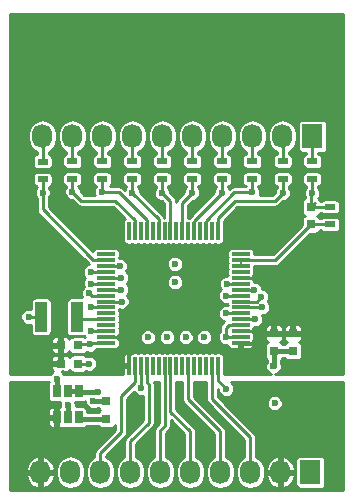
<source format=gbr>
G04 #@! TF.FileFunction,Copper,L1,Top,Signal*
%FSLAX46Y46*%
G04 Gerber Fmt 4.6, Leading zero omitted, Abs format (unit mm)*
G04 Created by KiCad (PCBNEW 4.0.4-stable) date Wednesday, May 10, 2017 'PMt' 03:49:53 PM*
%MOMM*%
%LPD*%
G01*
G04 APERTURE LIST*
%ADD10C,0.100000*%
%ADD11R,1.727200X2.032000*%
%ADD12O,1.727200X2.032000*%
%ADD13R,0.750000X0.800000*%
%ADD14R,0.800000X0.750000*%
%ADD15R,1.000000X2.500000*%
%ADD16R,0.900000X0.500000*%
%ADD17R,0.650000X1.060000*%
%ADD18R,0.300000X1.500000*%
%ADD19R,1.500000X0.300000*%
%ADD20C,0.600000*%
%ADD21C,0.381000*%
%ADD22C,0.250000*%
%ADD23C,0.177800*%
%ADD24C,0.254000*%
G04 APERTURE END LIST*
D10*
D11*
X58140600Y-39293800D03*
D12*
X55600600Y-39293800D03*
X53060600Y-39293800D03*
X50520600Y-39293800D03*
X47980600Y-39293800D03*
X45440600Y-39293800D03*
X42900600Y-39293800D03*
X40360600Y-39293800D03*
X37820600Y-39293800D03*
X35280600Y-39293800D03*
D13*
X40698420Y-61713680D03*
X40698420Y-63213680D03*
D14*
X38329300Y-58534300D03*
X36829300Y-58534300D03*
X38329300Y-56984900D03*
X36829300Y-56984900D03*
D13*
X54897020Y-57488520D03*
X54897020Y-55988520D03*
X56497220Y-57488520D03*
X56497220Y-55988520D03*
X58039000Y-45262100D03*
X58039000Y-46762100D03*
D15*
X38190300Y-54571900D03*
X35190300Y-54571900D03*
D11*
X57962800Y-67741800D03*
D12*
X55422800Y-67741800D03*
X52882800Y-67741800D03*
X50342800Y-67741800D03*
X47802800Y-67741800D03*
X45262800Y-67741800D03*
X42722800Y-67741800D03*
X40182800Y-67741800D03*
X37642800Y-67741800D03*
X35102800Y-67741800D03*
D16*
X35306000Y-42939400D03*
X35306000Y-41439400D03*
X37820600Y-42914000D03*
X37820600Y-41414000D03*
X40360600Y-42914000D03*
X40360600Y-41414000D03*
X42900600Y-42914000D03*
X42900600Y-41414000D03*
X45440600Y-42914000D03*
X45440600Y-41414000D03*
X59639200Y-45262100D03*
X59639200Y-46762100D03*
X47980600Y-42914000D03*
X47980600Y-41414000D03*
X50520600Y-42914000D03*
X50520600Y-41414000D03*
X53035200Y-42914000D03*
X53035200Y-41414000D03*
X55626000Y-42914000D03*
X55626000Y-41414000D03*
X58140600Y-42914000D03*
X58140600Y-41414000D03*
D17*
X36487060Y-63091240D03*
X37437060Y-63091240D03*
X38387060Y-63091240D03*
X38387060Y-60891240D03*
X36487060Y-60891240D03*
X37437060Y-60891240D03*
D18*
X50130400Y-47335200D03*
X49630400Y-47335200D03*
X49130400Y-47335200D03*
X48630400Y-47335200D03*
X48130400Y-47335200D03*
X47630400Y-47335200D03*
X47130400Y-47335200D03*
X46630400Y-47335200D03*
X46130400Y-47335200D03*
X45630400Y-47335200D03*
X45130400Y-47335200D03*
X44630400Y-47335200D03*
X44130400Y-47335200D03*
X43630400Y-47335200D03*
X43130400Y-47335200D03*
X42630400Y-47335200D03*
D19*
X40680400Y-49285200D03*
X40680400Y-49785200D03*
X40680400Y-50285200D03*
X40680400Y-50785200D03*
X40680400Y-51285200D03*
X40680400Y-51785200D03*
X40680400Y-52285200D03*
X40680400Y-52785200D03*
X40680400Y-53285200D03*
X40680400Y-53785200D03*
X40680400Y-54285200D03*
X40680400Y-54785200D03*
X40680400Y-55285200D03*
X40680400Y-55785200D03*
X40680400Y-56285200D03*
X40680400Y-56785200D03*
D18*
X42630400Y-58735200D03*
X43130400Y-58735200D03*
X43630400Y-58735200D03*
X44130400Y-58735200D03*
X44630400Y-58735200D03*
X45130400Y-58735200D03*
X45630400Y-58735200D03*
X46130400Y-58735200D03*
X46630400Y-58735200D03*
X47130400Y-58735200D03*
X47630400Y-58735200D03*
X48130400Y-58735200D03*
X48630400Y-58735200D03*
X49130400Y-58735200D03*
X49630400Y-58735200D03*
X50130400Y-58735200D03*
D19*
X52080400Y-56785200D03*
X52080400Y-56285200D03*
X52080400Y-55785200D03*
X52080400Y-55285200D03*
X52080400Y-54785200D03*
X52080400Y-54285200D03*
X52080400Y-53785200D03*
X52080400Y-53285200D03*
X52080400Y-52785200D03*
X52080400Y-52285200D03*
X52080400Y-51785200D03*
X52080400Y-51285200D03*
X52080400Y-50785200D03*
X52080400Y-50285200D03*
X52080400Y-49785200D03*
X52080400Y-49285200D03*
D20*
X39611300Y-61711840D03*
X36507420Y-59817000D03*
X43634660Y-60568840D03*
X50833020Y-60665360D03*
X50829140Y-56285200D03*
X39971980Y-60934600D03*
X54952900Y-61889640D03*
X53891180Y-64023240D03*
X41993820Y-58745120D03*
X39530020Y-65796160D03*
X49004220Y-53004720D03*
X47404020Y-52989480D03*
X45829220Y-52969160D03*
X44223940Y-53014880D03*
X41932860Y-56276240D03*
X53281580Y-55788560D03*
X53281580Y-56784240D03*
X53266340Y-51287680D03*
X39220140Y-62448440D03*
X34820860Y-63550800D03*
X34063940Y-64749680D03*
X59499500Y-41617900D03*
X56870600Y-41617900D03*
X54343300Y-41617900D03*
X51790600Y-41630600D03*
X49237900Y-41617900D03*
X46723300Y-41605200D03*
X44170600Y-41617900D03*
X41656000Y-41579800D03*
X39090600Y-41579800D03*
X38379400Y-37033200D03*
X36550600Y-41579800D03*
X59499500Y-63004700D03*
X59499500Y-60731400D03*
X57835800Y-55245000D03*
X59423300Y-55219600D03*
X55397400Y-34848800D03*
X46278800Y-35648900D03*
X54851300Y-58785760D03*
X50838100Y-54264560D03*
X53820060Y-52892960D03*
X50934620Y-51795680D03*
X44213780Y-56327040D03*
X45834300Y-56306720D03*
X47414180Y-56306720D03*
X48988980Y-56311800D03*
X46515020Y-51658520D03*
X46494700Y-50104040D03*
X41821100Y-50279300D03*
X41973500Y-51269900D03*
X39408100Y-51777900D03*
X53317140Y-54782720D03*
X34112200Y-54584600D03*
X39268400Y-58547000D03*
X50807620Y-52786280D03*
X53235860Y-52288440D03*
X39357300Y-56921400D03*
X39382700Y-50787300D03*
X41960800Y-52273200D03*
X41986200Y-53289200D03*
X37442140Y-62062360D03*
X37833300Y-43992800D03*
X42900600Y-44069000D03*
X35306000Y-44081700D03*
X40360600Y-44018200D03*
X45440600Y-44107100D03*
X53891180Y-53766720D03*
X58140600Y-44107100D03*
X53047900Y-44043600D03*
X47967900Y-44069000D03*
X55626000Y-44094400D03*
X50520600Y-44069000D03*
X39255700Y-52590700D03*
X39397940Y-55788560D03*
X39370000Y-53784500D03*
D21*
X39613140Y-61713680D02*
X39611300Y-61711840D01*
X40698420Y-61713680D02*
X39613140Y-61713680D01*
X36487060Y-59837360D02*
X36487060Y-60891240D01*
X36507420Y-59817000D02*
X36487060Y-59837360D01*
X40698420Y-63213680D02*
X38509500Y-63213680D01*
X38509500Y-63213680D02*
X38387060Y-63091240D01*
D22*
X43630400Y-58735200D02*
X43630400Y-60564580D01*
X43630400Y-60564580D02*
X43634660Y-60568840D01*
X50833020Y-60665360D02*
X50130400Y-59962740D01*
X50130400Y-59962740D02*
X50130400Y-58735200D01*
X52080400Y-56285200D02*
X50829140Y-56285200D01*
X51072220Y-55285200D02*
X50807620Y-55549800D01*
X50807620Y-55549800D02*
X50807620Y-56306720D01*
X51072220Y-55285200D02*
X52080400Y-55285200D01*
X50829140Y-56285200D02*
X50807620Y-56306720D01*
D21*
X38387060Y-60891240D02*
X38430420Y-60934600D01*
X38430420Y-60934600D02*
X39971980Y-60934600D01*
X37437060Y-60891240D02*
X38387060Y-60891240D01*
D22*
X42630400Y-58735200D02*
X42003740Y-58735200D01*
X42003740Y-58735200D02*
X41993820Y-58745120D01*
X40680400Y-56285200D02*
X40689360Y-56276240D01*
X40689360Y-56276240D02*
X41932860Y-56276240D01*
X52080400Y-55785200D02*
X53278220Y-55785200D01*
X53278220Y-55785200D02*
X53281580Y-55788560D01*
X52080400Y-56785200D02*
X53280620Y-56785200D01*
X53280620Y-56785200D02*
X53281580Y-56784240D01*
X52080400Y-51285200D02*
X53263860Y-51285200D01*
X53263860Y-51285200D02*
X53266340Y-51287680D01*
D21*
X54897020Y-57488520D02*
X56497220Y-57488520D01*
X54897020Y-58740040D02*
X54897020Y-57488520D01*
X54851300Y-58785760D02*
X54897020Y-58740040D01*
D22*
X52080400Y-54285200D02*
X50858740Y-54285200D01*
X50858740Y-54285200D02*
X50838100Y-54264560D01*
X52080400Y-53285200D02*
X53427820Y-53285200D01*
X53427820Y-53285200D02*
X53820060Y-52892960D01*
X52080400Y-51785200D02*
X50945100Y-51785200D01*
X50945100Y-51785200D02*
X50934620Y-51795680D01*
X52080400Y-53285200D02*
X52086560Y-53279040D01*
X40680400Y-50285200D02*
X41815200Y-50285200D01*
X41815200Y-50285200D02*
X41821100Y-50279300D01*
X40680400Y-51285200D02*
X41958200Y-51285200D01*
X41958200Y-51285200D02*
X41973500Y-51269900D01*
X40680400Y-51785200D02*
X39415400Y-51785200D01*
X39415400Y-51785200D02*
X39408100Y-51777900D01*
X52080400Y-54785200D02*
X53314660Y-54785200D01*
X53314660Y-54785200D02*
X53317140Y-54782720D01*
X35190300Y-54571900D02*
X35177600Y-54584600D01*
X35177600Y-54584600D02*
X34112200Y-54584600D01*
X39268400Y-58547000D02*
X38342000Y-58547000D01*
X52080400Y-52785200D02*
X50808700Y-52785200D01*
X50808700Y-52785200D02*
X50807620Y-52786280D01*
X52080400Y-52285200D02*
X53232620Y-52285200D01*
X53232620Y-52285200D02*
X53235860Y-52288440D01*
X38329300Y-58534300D02*
X38342000Y-58547000D01*
X39357300Y-56921400D02*
X39493500Y-56785200D01*
X38392800Y-56921400D02*
X39357300Y-56921400D01*
X39493500Y-56785200D02*
X40680400Y-56785200D01*
X38329300Y-56984900D02*
X38392800Y-56921400D01*
X40680400Y-50785200D02*
X39384800Y-50785200D01*
X39384800Y-50785200D02*
X39382700Y-50787300D01*
X40680400Y-52285200D02*
X41948800Y-52285200D01*
X41948800Y-52285200D02*
X41960800Y-52273200D01*
X40680400Y-53285200D02*
X41982200Y-53285200D01*
X41982200Y-53285200D02*
X41986200Y-53289200D01*
D21*
X37437060Y-62067440D02*
X37437060Y-63091240D01*
X37442140Y-62062360D02*
X37437060Y-62067440D01*
D22*
X43130400Y-47335200D02*
X43130400Y-46419700D01*
X38595300Y-44754800D02*
X37833300Y-43992800D01*
X41465500Y-44754800D02*
X38595300Y-44754800D01*
X43130400Y-46419700D02*
X41465500Y-44754800D01*
X37820600Y-42914000D02*
X37820600Y-43980100D01*
X37820600Y-43980100D02*
X37833300Y-43992800D01*
X37833300Y-42926700D02*
X37820600Y-42914000D01*
X42900600Y-44069000D02*
X45130400Y-46298800D01*
X45130400Y-46298800D02*
X45130400Y-47335200D01*
X42900600Y-42914000D02*
X42900600Y-44069000D01*
X42913300Y-42926700D02*
X42900600Y-42914000D01*
X40680400Y-49785200D02*
X39612500Y-49785200D01*
X35306000Y-45478700D02*
X35306000Y-44081700D01*
X39612500Y-49785200D02*
X35306000Y-45478700D01*
X35306000Y-42939400D02*
X35306000Y-44081700D01*
X35331400Y-42964800D02*
X35306000Y-42939400D01*
X44130400Y-47335200D02*
X44130400Y-46416400D01*
X41732200Y-44018200D02*
X40360600Y-44018200D01*
X44130400Y-46416400D02*
X41732200Y-44018200D01*
X40360600Y-42914000D02*
X40360600Y-44018200D01*
X45440600Y-44107100D02*
X46130400Y-44796900D01*
X46130400Y-44796900D02*
X46130400Y-47335200D01*
X45440600Y-42914000D02*
X45440600Y-44107100D01*
X52080400Y-53785200D02*
X53872700Y-53785200D01*
X53872700Y-53785200D02*
X53891180Y-53766720D01*
X52077160Y-53781960D02*
X52080400Y-53785200D01*
X58039000Y-45262100D02*
X58039000Y-44208700D01*
X58039000Y-44208700D02*
X58140600Y-44107100D01*
X58140600Y-42914000D02*
X58140600Y-44107100D01*
X59639200Y-45262100D02*
X58039000Y-45262100D01*
X58343800Y-44957300D02*
X58039000Y-45262100D01*
D23*
X52080400Y-49785200D02*
X52080400Y-50285200D01*
D22*
X58039000Y-46762100D02*
X55015900Y-49785200D01*
X55015900Y-49785200D02*
X52080400Y-49785200D01*
X59639200Y-46762100D02*
X58039000Y-46762100D01*
X58039000Y-46762100D02*
X57925400Y-46762100D01*
X49130400Y-47335200D02*
X49123600Y-47328400D01*
X49123600Y-47328400D02*
X49123600Y-46431200D01*
X49123600Y-46431200D02*
X51511200Y-44043600D01*
X51511200Y-44043600D02*
X53047900Y-44043600D01*
X53035200Y-42914000D02*
X53035200Y-44030900D01*
X53035200Y-44030900D02*
X53047900Y-44043600D01*
X53047900Y-42926700D02*
X53035200Y-42914000D01*
X47967900Y-44069000D02*
X47130400Y-44906500D01*
X47130400Y-44906500D02*
X47130400Y-47335200D01*
X47980600Y-42914000D02*
X47980600Y-44056300D01*
X47980600Y-44056300D02*
X47967900Y-44069000D01*
X55626000Y-44094400D02*
X54950360Y-44770040D01*
X50130400Y-46224500D02*
X50130400Y-47335200D01*
X51584860Y-44770040D02*
X50130400Y-46224500D01*
X54950360Y-44770040D02*
X51584860Y-44770040D01*
X55626000Y-42914000D02*
X55626000Y-44094400D01*
X55638700Y-42926700D02*
X55626000Y-42914000D01*
X50520600Y-44069000D02*
X48130400Y-46459200D01*
X48130400Y-46459200D02*
X48130400Y-47335200D01*
X50520600Y-42914000D02*
X50520600Y-44069000D01*
X50533300Y-42926700D02*
X50520600Y-42914000D01*
X39450200Y-52785200D02*
X40680400Y-52785200D01*
X39255700Y-52590700D02*
X39450200Y-52785200D01*
X40680400Y-55785200D02*
X40677040Y-55788560D01*
X40677040Y-55788560D02*
X39397940Y-55788560D01*
X39370700Y-53785200D02*
X40680400Y-53785200D01*
X39370000Y-53784500D02*
X39370700Y-53785200D01*
X38190300Y-54571900D02*
X38403600Y-54785200D01*
X38403600Y-54785200D02*
X40680400Y-54785200D01*
X35306000Y-41439400D02*
X35306000Y-39319200D01*
X35306000Y-39319200D02*
X35280600Y-39293800D01*
X37820600Y-41414000D02*
X37820600Y-39293800D01*
X40360600Y-41414000D02*
X40360600Y-39293800D01*
X42900600Y-41414000D02*
X42900600Y-39293800D01*
X45440600Y-41414000D02*
X45440600Y-39293800D01*
X47980600Y-41414000D02*
X47980600Y-39293800D01*
X50520600Y-41414000D02*
X50520600Y-39293800D01*
X53035200Y-41414000D02*
X53035200Y-39319200D01*
X53035200Y-39319200D02*
X53060600Y-39293800D01*
X55626000Y-41414000D02*
X55626000Y-39319200D01*
X55626000Y-39319200D02*
X55600600Y-39293800D01*
X58140600Y-41414000D02*
X58140600Y-39293800D01*
X49630400Y-58735200D02*
X49630400Y-61535380D01*
X52882800Y-64787780D02*
X52882800Y-67741800D01*
X49630400Y-61535380D02*
X52882800Y-64787780D01*
X46130400Y-58735200D02*
X46130400Y-62607380D01*
X47802800Y-64279780D02*
X47802800Y-67741800D01*
X46130400Y-62607380D02*
X47802800Y-64279780D01*
X47630400Y-58735200D02*
X47630400Y-61567380D01*
X50342800Y-64279780D02*
X50342800Y-67741800D01*
X47630400Y-61567380D02*
X50342800Y-64279780D01*
X43130400Y-58735200D02*
X43130400Y-60118060D01*
X40182800Y-66133980D02*
X40182800Y-67741800D01*
X41943020Y-64373760D02*
X40182800Y-66133980D01*
X41943020Y-61305440D02*
X41943020Y-64373760D01*
X43130400Y-60118060D02*
X41943020Y-61305440D01*
X45630400Y-58735200D02*
X45630400Y-63815660D01*
X45262800Y-64183260D02*
X45262800Y-67741800D01*
X45630400Y-63815660D02*
X45262800Y-64183260D01*
X44130400Y-58735200D02*
X44130400Y-60155260D01*
X42722800Y-65117980D02*
X42722800Y-67741800D01*
X44279820Y-63560960D02*
X42722800Y-65117980D01*
X44279820Y-60304680D02*
X44279820Y-63560960D01*
X44130400Y-60155260D02*
X44279820Y-60304680D01*
D24*
G36*
X35804201Y-60210106D02*
X35773596Y-60361240D01*
X35773596Y-61421240D01*
X35800163Y-61562430D01*
X35883606Y-61692105D01*
X36010926Y-61779099D01*
X36162060Y-61809704D01*
X36809676Y-61809704D01*
X36761258Y-61926306D01*
X36761037Y-62180240D01*
X36709310Y-62180240D01*
X36614060Y-62275490D01*
X36614060Y-62964240D01*
X36634060Y-62964240D01*
X36634060Y-63218240D01*
X36614060Y-63218240D01*
X36614060Y-63906990D01*
X36709310Y-64002240D01*
X36887845Y-64002240D01*
X36954429Y-63974660D01*
X36960926Y-63979099D01*
X37112060Y-64009704D01*
X37762060Y-64009704D01*
X37903250Y-63983137D01*
X37910247Y-63978635D01*
X37910926Y-63979099D01*
X38062060Y-64009704D01*
X38712060Y-64009704D01*
X38853250Y-63983137D01*
X38982925Y-63899694D01*
X39061169Y-63785180D01*
X39981027Y-63785180D01*
X40044966Y-63884545D01*
X40172286Y-63971539D01*
X40323420Y-64002144D01*
X41073420Y-64002144D01*
X41214610Y-63975577D01*
X41344285Y-63892134D01*
X41431279Y-63764814D01*
X41437020Y-63736464D01*
X41437020Y-64164168D01*
X39825004Y-65776184D01*
X39715317Y-65940342D01*
X39676800Y-66133980D01*
X39676800Y-66432024D01*
X39302735Y-66681966D01*
X39032940Y-67085743D01*
X38938200Y-67562031D01*
X38938200Y-67921569D01*
X39032940Y-68397857D01*
X39302735Y-68801634D01*
X39706512Y-69071429D01*
X40182800Y-69166169D01*
X40659088Y-69071429D01*
X41062865Y-68801634D01*
X41332660Y-68397857D01*
X41427400Y-67921569D01*
X41427400Y-67562031D01*
X41332660Y-67085743D01*
X41062865Y-66681966D01*
X40688800Y-66432024D01*
X40688800Y-66343572D01*
X42300816Y-64731556D01*
X42410503Y-64567398D01*
X42449020Y-64373760D01*
X42449020Y-61515032D01*
X43043246Y-60920806D01*
X43056999Y-60954092D01*
X43248401Y-61145827D01*
X43498606Y-61249722D01*
X43769525Y-61249958D01*
X43773820Y-61248183D01*
X43773820Y-63351368D01*
X42365004Y-64760184D01*
X42255317Y-64924342D01*
X42216800Y-65117980D01*
X42216800Y-66432024D01*
X41842735Y-66681966D01*
X41572940Y-67085743D01*
X41478200Y-67562031D01*
X41478200Y-67921569D01*
X41572940Y-68397857D01*
X41842735Y-68801634D01*
X42246512Y-69071429D01*
X42722800Y-69166169D01*
X43199088Y-69071429D01*
X43602865Y-68801634D01*
X43872660Y-68397857D01*
X43967400Y-67921569D01*
X43967400Y-67562031D01*
X43872660Y-67085743D01*
X43602865Y-66681966D01*
X43228800Y-66432024D01*
X43228800Y-65327572D01*
X44637616Y-63918756D01*
X44747303Y-63754598D01*
X44785820Y-63560960D01*
X44785820Y-60304680D01*
X44753485Y-60142120D01*
X45124400Y-60142120D01*
X45124400Y-63606068D01*
X44905004Y-63825464D01*
X44795317Y-63989622D01*
X44756800Y-64183260D01*
X44756800Y-66432024D01*
X44382735Y-66681966D01*
X44112940Y-67085743D01*
X44018200Y-67562031D01*
X44018200Y-67921569D01*
X44112940Y-68397857D01*
X44382735Y-68801634D01*
X44786512Y-69071429D01*
X45262800Y-69166169D01*
X45739088Y-69071429D01*
X46142865Y-68801634D01*
X46412660Y-68397857D01*
X46507400Y-67921569D01*
X46507400Y-67562031D01*
X46412660Y-67085743D01*
X46142865Y-66681966D01*
X45768800Y-66432024D01*
X45768800Y-64392852D01*
X45988196Y-64173456D01*
X46097883Y-64009298D01*
X46136400Y-63815660D01*
X46136400Y-63328972D01*
X47296800Y-64489372D01*
X47296800Y-66432024D01*
X46922735Y-66681966D01*
X46652940Y-67085743D01*
X46558200Y-67562031D01*
X46558200Y-67921569D01*
X46652940Y-68397857D01*
X46922735Y-68801634D01*
X47326512Y-69071429D01*
X47802800Y-69166169D01*
X48279088Y-69071429D01*
X48682865Y-68801634D01*
X48952660Y-68397857D01*
X49047400Y-67921569D01*
X49047400Y-67562031D01*
X48952660Y-67085743D01*
X48682865Y-66681966D01*
X48308800Y-66432024D01*
X48308800Y-64279780D01*
X48270283Y-64086142D01*
X48160596Y-63921984D01*
X46636400Y-62397788D01*
X46636400Y-60142120D01*
X47124400Y-60142120D01*
X47124400Y-61567380D01*
X47162917Y-61761018D01*
X47272604Y-61925176D01*
X49836800Y-64489372D01*
X49836800Y-66432024D01*
X49462735Y-66681966D01*
X49192940Y-67085743D01*
X49098200Y-67562031D01*
X49098200Y-67921569D01*
X49192940Y-68397857D01*
X49462735Y-68801634D01*
X49866512Y-69071429D01*
X50342800Y-69166169D01*
X50819088Y-69071429D01*
X51222865Y-68801634D01*
X51492660Y-68397857D01*
X51587400Y-67921569D01*
X51587400Y-67562031D01*
X51492660Y-67085743D01*
X51222865Y-66681966D01*
X50848800Y-66432024D01*
X50848800Y-64279780D01*
X50810283Y-64086142D01*
X50700596Y-63921984D01*
X48136400Y-61357788D01*
X48136400Y-60142120D01*
X49124400Y-60142120D01*
X49124400Y-61535380D01*
X49162917Y-61729018D01*
X49272604Y-61893176D01*
X52376800Y-64997372D01*
X52376800Y-66432024D01*
X52002735Y-66681966D01*
X51732940Y-67085743D01*
X51638200Y-67562031D01*
X51638200Y-67921569D01*
X51732940Y-68397857D01*
X52002735Y-68801634D01*
X52406512Y-69071429D01*
X52882800Y-69166169D01*
X53359088Y-69071429D01*
X53762865Y-68801634D01*
X54032660Y-68397857D01*
X54099065Y-68064013D01*
X54188273Y-68064013D01*
X54347230Y-68523520D01*
X54669933Y-68887219D01*
X55103682Y-69097193D01*
X55295800Y-69036512D01*
X55295800Y-67868800D01*
X55549800Y-67868800D01*
X55549800Y-69036512D01*
X55741918Y-69097193D01*
X56175667Y-68887219D01*
X56498370Y-68523520D01*
X56657327Y-68064013D01*
X56573443Y-67868800D01*
X55549800Y-67868800D01*
X55295800Y-67868800D01*
X54272157Y-67868800D01*
X54188273Y-68064013D01*
X54099065Y-68064013D01*
X54127400Y-67921569D01*
X54127400Y-67562031D01*
X54099066Y-67419587D01*
X54188273Y-67419587D01*
X54272157Y-67614800D01*
X55295800Y-67614800D01*
X55295800Y-66447088D01*
X55549800Y-66447088D01*
X55549800Y-67614800D01*
X56573443Y-67614800D01*
X56657327Y-67419587D01*
X56498370Y-66960080D01*
X56290498Y-66725800D01*
X56710736Y-66725800D01*
X56710736Y-68757800D01*
X56737303Y-68898990D01*
X56820746Y-69028665D01*
X56948066Y-69115659D01*
X57099200Y-69146264D01*
X58826400Y-69146264D01*
X58967590Y-69119697D01*
X59097265Y-69036254D01*
X59184259Y-68908934D01*
X59214864Y-68757800D01*
X59214864Y-66725800D01*
X59188297Y-66584610D01*
X59104854Y-66454935D01*
X58977534Y-66367941D01*
X58826400Y-66337336D01*
X57099200Y-66337336D01*
X56958010Y-66363903D01*
X56828335Y-66447346D01*
X56741341Y-66574666D01*
X56710736Y-66725800D01*
X56290498Y-66725800D01*
X56175667Y-66596381D01*
X55741918Y-66386407D01*
X55549800Y-66447088D01*
X55295800Y-66447088D01*
X55103682Y-66386407D01*
X54669933Y-66596381D01*
X54347230Y-66960080D01*
X54188273Y-67419587D01*
X54099066Y-67419587D01*
X54032660Y-67085743D01*
X53762865Y-66681966D01*
X53388800Y-66432024D01*
X53388800Y-64787780D01*
X53350283Y-64594142D01*
X53240596Y-64429984D01*
X50835117Y-62024505D01*
X54271782Y-62024505D01*
X54375239Y-62274892D01*
X54566641Y-62466627D01*
X54816846Y-62570522D01*
X55087765Y-62570758D01*
X55338152Y-62467301D01*
X55529887Y-62275899D01*
X55633782Y-62025694D01*
X55634018Y-61754775D01*
X55530561Y-61504388D01*
X55339159Y-61312653D01*
X55088954Y-61208758D01*
X54818035Y-61208522D01*
X54567648Y-61311979D01*
X54375913Y-61503381D01*
X54272018Y-61753586D01*
X54271782Y-62024505D01*
X50835117Y-62024505D01*
X50136400Y-61325788D01*
X50136400Y-60684332D01*
X50151989Y-60699921D01*
X50151902Y-60800225D01*
X50255359Y-61050612D01*
X50446761Y-61242347D01*
X50696966Y-61346242D01*
X50967885Y-61346478D01*
X51218272Y-61243021D01*
X51410007Y-61051619D01*
X51513902Y-60801414D01*
X51514138Y-60530495D01*
X51410681Y-60280108D01*
X51272933Y-60142120D01*
X60706800Y-60142120D01*
X60706800Y-69203100D01*
X32536600Y-69203100D01*
X32536600Y-68064013D01*
X33868273Y-68064013D01*
X34027230Y-68523520D01*
X34349933Y-68887219D01*
X34783682Y-69097193D01*
X34975800Y-69036512D01*
X34975800Y-67868800D01*
X35229800Y-67868800D01*
X35229800Y-69036512D01*
X35421918Y-69097193D01*
X35855667Y-68887219D01*
X36178370Y-68523520D01*
X36337327Y-68064013D01*
X36253443Y-67868800D01*
X35229800Y-67868800D01*
X34975800Y-67868800D01*
X33952157Y-67868800D01*
X33868273Y-68064013D01*
X32536600Y-68064013D01*
X32536600Y-67419587D01*
X33868273Y-67419587D01*
X33952157Y-67614800D01*
X34975800Y-67614800D01*
X34975800Y-66447088D01*
X35229800Y-66447088D01*
X35229800Y-67614800D01*
X36253443Y-67614800D01*
X36276118Y-67562031D01*
X36398200Y-67562031D01*
X36398200Y-67921569D01*
X36492940Y-68397857D01*
X36762735Y-68801634D01*
X37166512Y-69071429D01*
X37642800Y-69166169D01*
X38119088Y-69071429D01*
X38522865Y-68801634D01*
X38792660Y-68397857D01*
X38887400Y-67921569D01*
X38887400Y-67562031D01*
X38792660Y-67085743D01*
X38522865Y-66681966D01*
X38119088Y-66412171D01*
X37642800Y-66317431D01*
X37166512Y-66412171D01*
X36762735Y-66681966D01*
X36492940Y-67085743D01*
X36398200Y-67562031D01*
X36276118Y-67562031D01*
X36337327Y-67419587D01*
X36178370Y-66960080D01*
X35855667Y-66596381D01*
X35421918Y-66386407D01*
X35229800Y-66447088D01*
X34975800Y-66447088D01*
X34783682Y-66386407D01*
X34349933Y-66596381D01*
X34027230Y-66960080D01*
X33868273Y-67419587D01*
X32536600Y-67419587D01*
X32536600Y-63313490D01*
X35781060Y-63313490D01*
X35781060Y-63697026D01*
X35839064Y-63837060D01*
X35946241Y-63944236D01*
X36086275Y-64002240D01*
X36264810Y-64002240D01*
X36360060Y-63906990D01*
X36360060Y-63218240D01*
X35876310Y-63218240D01*
X35781060Y-63313490D01*
X32536600Y-63313490D01*
X32536600Y-62485454D01*
X35781060Y-62485454D01*
X35781060Y-62868990D01*
X35876310Y-62964240D01*
X36360060Y-62964240D01*
X36360060Y-62275490D01*
X36264810Y-62180240D01*
X36086275Y-62180240D01*
X35946241Y-62238244D01*
X35839064Y-62345420D01*
X35781060Y-62485454D01*
X32536600Y-62485454D01*
X32536600Y-60142120D01*
X35850654Y-60142120D01*
X35804201Y-60210106D01*
X35804201Y-60210106D01*
G37*
X35804201Y-60210106D02*
X35773596Y-60361240D01*
X35773596Y-61421240D01*
X35800163Y-61562430D01*
X35883606Y-61692105D01*
X36010926Y-61779099D01*
X36162060Y-61809704D01*
X36809676Y-61809704D01*
X36761258Y-61926306D01*
X36761037Y-62180240D01*
X36709310Y-62180240D01*
X36614060Y-62275490D01*
X36614060Y-62964240D01*
X36634060Y-62964240D01*
X36634060Y-63218240D01*
X36614060Y-63218240D01*
X36614060Y-63906990D01*
X36709310Y-64002240D01*
X36887845Y-64002240D01*
X36954429Y-63974660D01*
X36960926Y-63979099D01*
X37112060Y-64009704D01*
X37762060Y-64009704D01*
X37903250Y-63983137D01*
X37910247Y-63978635D01*
X37910926Y-63979099D01*
X38062060Y-64009704D01*
X38712060Y-64009704D01*
X38853250Y-63983137D01*
X38982925Y-63899694D01*
X39061169Y-63785180D01*
X39981027Y-63785180D01*
X40044966Y-63884545D01*
X40172286Y-63971539D01*
X40323420Y-64002144D01*
X41073420Y-64002144D01*
X41214610Y-63975577D01*
X41344285Y-63892134D01*
X41431279Y-63764814D01*
X41437020Y-63736464D01*
X41437020Y-64164168D01*
X39825004Y-65776184D01*
X39715317Y-65940342D01*
X39676800Y-66133980D01*
X39676800Y-66432024D01*
X39302735Y-66681966D01*
X39032940Y-67085743D01*
X38938200Y-67562031D01*
X38938200Y-67921569D01*
X39032940Y-68397857D01*
X39302735Y-68801634D01*
X39706512Y-69071429D01*
X40182800Y-69166169D01*
X40659088Y-69071429D01*
X41062865Y-68801634D01*
X41332660Y-68397857D01*
X41427400Y-67921569D01*
X41427400Y-67562031D01*
X41332660Y-67085743D01*
X41062865Y-66681966D01*
X40688800Y-66432024D01*
X40688800Y-66343572D01*
X42300816Y-64731556D01*
X42410503Y-64567398D01*
X42449020Y-64373760D01*
X42449020Y-61515032D01*
X43043246Y-60920806D01*
X43056999Y-60954092D01*
X43248401Y-61145827D01*
X43498606Y-61249722D01*
X43769525Y-61249958D01*
X43773820Y-61248183D01*
X43773820Y-63351368D01*
X42365004Y-64760184D01*
X42255317Y-64924342D01*
X42216800Y-65117980D01*
X42216800Y-66432024D01*
X41842735Y-66681966D01*
X41572940Y-67085743D01*
X41478200Y-67562031D01*
X41478200Y-67921569D01*
X41572940Y-68397857D01*
X41842735Y-68801634D01*
X42246512Y-69071429D01*
X42722800Y-69166169D01*
X43199088Y-69071429D01*
X43602865Y-68801634D01*
X43872660Y-68397857D01*
X43967400Y-67921569D01*
X43967400Y-67562031D01*
X43872660Y-67085743D01*
X43602865Y-66681966D01*
X43228800Y-66432024D01*
X43228800Y-65327572D01*
X44637616Y-63918756D01*
X44747303Y-63754598D01*
X44785820Y-63560960D01*
X44785820Y-60304680D01*
X44753485Y-60142120D01*
X45124400Y-60142120D01*
X45124400Y-63606068D01*
X44905004Y-63825464D01*
X44795317Y-63989622D01*
X44756800Y-64183260D01*
X44756800Y-66432024D01*
X44382735Y-66681966D01*
X44112940Y-67085743D01*
X44018200Y-67562031D01*
X44018200Y-67921569D01*
X44112940Y-68397857D01*
X44382735Y-68801634D01*
X44786512Y-69071429D01*
X45262800Y-69166169D01*
X45739088Y-69071429D01*
X46142865Y-68801634D01*
X46412660Y-68397857D01*
X46507400Y-67921569D01*
X46507400Y-67562031D01*
X46412660Y-67085743D01*
X46142865Y-66681966D01*
X45768800Y-66432024D01*
X45768800Y-64392852D01*
X45988196Y-64173456D01*
X46097883Y-64009298D01*
X46136400Y-63815660D01*
X46136400Y-63328972D01*
X47296800Y-64489372D01*
X47296800Y-66432024D01*
X46922735Y-66681966D01*
X46652940Y-67085743D01*
X46558200Y-67562031D01*
X46558200Y-67921569D01*
X46652940Y-68397857D01*
X46922735Y-68801634D01*
X47326512Y-69071429D01*
X47802800Y-69166169D01*
X48279088Y-69071429D01*
X48682865Y-68801634D01*
X48952660Y-68397857D01*
X49047400Y-67921569D01*
X49047400Y-67562031D01*
X48952660Y-67085743D01*
X48682865Y-66681966D01*
X48308800Y-66432024D01*
X48308800Y-64279780D01*
X48270283Y-64086142D01*
X48160596Y-63921984D01*
X46636400Y-62397788D01*
X46636400Y-60142120D01*
X47124400Y-60142120D01*
X47124400Y-61567380D01*
X47162917Y-61761018D01*
X47272604Y-61925176D01*
X49836800Y-64489372D01*
X49836800Y-66432024D01*
X49462735Y-66681966D01*
X49192940Y-67085743D01*
X49098200Y-67562031D01*
X49098200Y-67921569D01*
X49192940Y-68397857D01*
X49462735Y-68801634D01*
X49866512Y-69071429D01*
X50342800Y-69166169D01*
X50819088Y-69071429D01*
X51222865Y-68801634D01*
X51492660Y-68397857D01*
X51587400Y-67921569D01*
X51587400Y-67562031D01*
X51492660Y-67085743D01*
X51222865Y-66681966D01*
X50848800Y-66432024D01*
X50848800Y-64279780D01*
X50810283Y-64086142D01*
X50700596Y-63921984D01*
X48136400Y-61357788D01*
X48136400Y-60142120D01*
X49124400Y-60142120D01*
X49124400Y-61535380D01*
X49162917Y-61729018D01*
X49272604Y-61893176D01*
X52376800Y-64997372D01*
X52376800Y-66432024D01*
X52002735Y-66681966D01*
X51732940Y-67085743D01*
X51638200Y-67562031D01*
X51638200Y-67921569D01*
X51732940Y-68397857D01*
X52002735Y-68801634D01*
X52406512Y-69071429D01*
X52882800Y-69166169D01*
X53359088Y-69071429D01*
X53762865Y-68801634D01*
X54032660Y-68397857D01*
X54099065Y-68064013D01*
X54188273Y-68064013D01*
X54347230Y-68523520D01*
X54669933Y-68887219D01*
X55103682Y-69097193D01*
X55295800Y-69036512D01*
X55295800Y-67868800D01*
X55549800Y-67868800D01*
X55549800Y-69036512D01*
X55741918Y-69097193D01*
X56175667Y-68887219D01*
X56498370Y-68523520D01*
X56657327Y-68064013D01*
X56573443Y-67868800D01*
X55549800Y-67868800D01*
X55295800Y-67868800D01*
X54272157Y-67868800D01*
X54188273Y-68064013D01*
X54099065Y-68064013D01*
X54127400Y-67921569D01*
X54127400Y-67562031D01*
X54099066Y-67419587D01*
X54188273Y-67419587D01*
X54272157Y-67614800D01*
X55295800Y-67614800D01*
X55295800Y-66447088D01*
X55549800Y-66447088D01*
X55549800Y-67614800D01*
X56573443Y-67614800D01*
X56657327Y-67419587D01*
X56498370Y-66960080D01*
X56290498Y-66725800D01*
X56710736Y-66725800D01*
X56710736Y-68757800D01*
X56737303Y-68898990D01*
X56820746Y-69028665D01*
X56948066Y-69115659D01*
X57099200Y-69146264D01*
X58826400Y-69146264D01*
X58967590Y-69119697D01*
X59097265Y-69036254D01*
X59184259Y-68908934D01*
X59214864Y-68757800D01*
X59214864Y-66725800D01*
X59188297Y-66584610D01*
X59104854Y-66454935D01*
X58977534Y-66367941D01*
X58826400Y-66337336D01*
X57099200Y-66337336D01*
X56958010Y-66363903D01*
X56828335Y-66447346D01*
X56741341Y-66574666D01*
X56710736Y-66725800D01*
X56290498Y-66725800D01*
X56175667Y-66596381D01*
X55741918Y-66386407D01*
X55549800Y-66447088D01*
X55295800Y-66447088D01*
X55103682Y-66386407D01*
X54669933Y-66596381D01*
X54347230Y-66960080D01*
X54188273Y-67419587D01*
X54099066Y-67419587D01*
X54032660Y-67085743D01*
X53762865Y-66681966D01*
X53388800Y-66432024D01*
X53388800Y-64787780D01*
X53350283Y-64594142D01*
X53240596Y-64429984D01*
X50835117Y-62024505D01*
X54271782Y-62024505D01*
X54375239Y-62274892D01*
X54566641Y-62466627D01*
X54816846Y-62570522D01*
X55087765Y-62570758D01*
X55338152Y-62467301D01*
X55529887Y-62275899D01*
X55633782Y-62025694D01*
X55634018Y-61754775D01*
X55530561Y-61504388D01*
X55339159Y-61312653D01*
X55088954Y-61208758D01*
X54818035Y-61208522D01*
X54567648Y-61311979D01*
X54375913Y-61503381D01*
X54272018Y-61753586D01*
X54271782Y-62024505D01*
X50835117Y-62024505D01*
X50136400Y-61325788D01*
X50136400Y-60684332D01*
X50151989Y-60699921D01*
X50151902Y-60800225D01*
X50255359Y-61050612D01*
X50446761Y-61242347D01*
X50696966Y-61346242D01*
X50967885Y-61346478D01*
X51218272Y-61243021D01*
X51410007Y-61051619D01*
X51513902Y-60801414D01*
X51514138Y-60530495D01*
X51410681Y-60280108D01*
X51272933Y-60142120D01*
X60706800Y-60142120D01*
X60706800Y-69203100D01*
X32536600Y-69203100D01*
X32536600Y-68064013D01*
X33868273Y-68064013D01*
X34027230Y-68523520D01*
X34349933Y-68887219D01*
X34783682Y-69097193D01*
X34975800Y-69036512D01*
X34975800Y-67868800D01*
X35229800Y-67868800D01*
X35229800Y-69036512D01*
X35421918Y-69097193D01*
X35855667Y-68887219D01*
X36178370Y-68523520D01*
X36337327Y-68064013D01*
X36253443Y-67868800D01*
X35229800Y-67868800D01*
X34975800Y-67868800D01*
X33952157Y-67868800D01*
X33868273Y-68064013D01*
X32536600Y-68064013D01*
X32536600Y-67419587D01*
X33868273Y-67419587D01*
X33952157Y-67614800D01*
X34975800Y-67614800D01*
X34975800Y-66447088D01*
X35229800Y-66447088D01*
X35229800Y-67614800D01*
X36253443Y-67614800D01*
X36276118Y-67562031D01*
X36398200Y-67562031D01*
X36398200Y-67921569D01*
X36492940Y-68397857D01*
X36762735Y-68801634D01*
X37166512Y-69071429D01*
X37642800Y-69166169D01*
X38119088Y-69071429D01*
X38522865Y-68801634D01*
X38792660Y-68397857D01*
X38887400Y-67921569D01*
X38887400Y-67562031D01*
X38792660Y-67085743D01*
X38522865Y-66681966D01*
X38119088Y-66412171D01*
X37642800Y-66317431D01*
X37166512Y-66412171D01*
X36762735Y-66681966D01*
X36492940Y-67085743D01*
X36398200Y-67562031D01*
X36276118Y-67562031D01*
X36337327Y-67419587D01*
X36178370Y-66960080D01*
X35855667Y-66596381D01*
X35421918Y-66386407D01*
X35229800Y-66447088D01*
X34975800Y-66447088D01*
X34783682Y-66386407D01*
X34349933Y-66596381D01*
X34027230Y-66960080D01*
X33868273Y-67419587D01*
X32536600Y-67419587D01*
X32536600Y-63313490D01*
X35781060Y-63313490D01*
X35781060Y-63697026D01*
X35839064Y-63837060D01*
X35946241Y-63944236D01*
X36086275Y-64002240D01*
X36264810Y-64002240D01*
X36360060Y-63906990D01*
X36360060Y-63218240D01*
X35876310Y-63218240D01*
X35781060Y-63313490D01*
X32536600Y-63313490D01*
X32536600Y-62485454D01*
X35781060Y-62485454D01*
X35781060Y-62868990D01*
X35876310Y-62964240D01*
X36360060Y-62964240D01*
X36360060Y-62275490D01*
X36264810Y-62180240D01*
X36086275Y-62180240D01*
X35946241Y-62238244D01*
X35839064Y-62345420D01*
X35781060Y-62485454D01*
X32536600Y-62485454D01*
X32536600Y-60142120D01*
X35850654Y-60142120D01*
X35804201Y-60210106D01*
G36*
X38930182Y-61846705D02*
X39033639Y-62097092D01*
X39225041Y-62288827D01*
X39475246Y-62392722D01*
X39746165Y-62392958D01*
X39986484Y-62293661D01*
X40044966Y-62384545D01*
X40162218Y-62464660D01*
X40052555Y-62535226D01*
X39979476Y-62642180D01*
X39100524Y-62642180D01*
X39100524Y-62561240D01*
X39073957Y-62420050D01*
X38990514Y-62290375D01*
X38863194Y-62203381D01*
X38712060Y-62172776D01*
X38123044Y-62172776D01*
X38123258Y-61927495D01*
X38074588Y-61809704D01*
X38712060Y-61809704D01*
X38853250Y-61783137D01*
X38930281Y-61733570D01*
X38930182Y-61846705D01*
X38930182Y-61846705D01*
G37*
X38930182Y-61846705D02*
X39033639Y-62097092D01*
X39225041Y-62288827D01*
X39475246Y-62392722D01*
X39746165Y-62392958D01*
X39986484Y-62293661D01*
X40044966Y-62384545D01*
X40162218Y-62464660D01*
X40052555Y-62535226D01*
X39979476Y-62642180D01*
X39100524Y-62642180D01*
X39100524Y-62561240D01*
X39073957Y-62420050D01*
X38990514Y-62290375D01*
X38863194Y-62203381D01*
X38712060Y-62172776D01*
X38123044Y-62172776D01*
X38123258Y-61927495D01*
X38074588Y-61809704D01*
X38712060Y-61809704D01*
X38853250Y-61783137D01*
X38930281Y-61733570D01*
X38930182Y-61846705D01*
G36*
X60706800Y-59446570D02*
X56806948Y-59451240D01*
X55024012Y-59451240D01*
X55236552Y-59363421D01*
X55428287Y-59172019D01*
X55532182Y-58921814D01*
X55532418Y-58650895D01*
X55468520Y-58496249D01*
X55468520Y-58214826D01*
X55542885Y-58166974D01*
X55615964Y-58060020D01*
X55779827Y-58060020D01*
X55843766Y-58159385D01*
X55971086Y-58246379D01*
X56122220Y-58276984D01*
X56872220Y-58276984D01*
X57013410Y-58250417D01*
X57143085Y-58166974D01*
X57230079Y-58039654D01*
X57260684Y-57888520D01*
X57260684Y-57088520D01*
X57234117Y-56947330D01*
X57150674Y-56817655D01*
X57030323Y-56735423D01*
X57088039Y-56711516D01*
X57195216Y-56604340D01*
X57253220Y-56464306D01*
X57253220Y-56210770D01*
X57157970Y-56115520D01*
X56624220Y-56115520D01*
X56624220Y-56135520D01*
X56370220Y-56135520D01*
X56370220Y-56115520D01*
X55836470Y-56115520D01*
X55741220Y-56210770D01*
X55741220Y-56464306D01*
X55799224Y-56604340D01*
X55906401Y-56711516D01*
X55966087Y-56736239D01*
X55851355Y-56810066D01*
X55778276Y-56917020D01*
X55614413Y-56917020D01*
X55550474Y-56817655D01*
X55430123Y-56735423D01*
X55487839Y-56711516D01*
X55595016Y-56604340D01*
X55653020Y-56464306D01*
X55653020Y-56210770D01*
X55557770Y-56115520D01*
X55024020Y-56115520D01*
X55024020Y-56135520D01*
X54770020Y-56135520D01*
X54770020Y-56115520D01*
X54236270Y-56115520D01*
X54141020Y-56210770D01*
X54141020Y-56464306D01*
X54199024Y-56604340D01*
X54306201Y-56711516D01*
X54365887Y-56736239D01*
X54251155Y-56810066D01*
X54164161Y-56937386D01*
X54133556Y-57088520D01*
X54133556Y-57888520D01*
X54160123Y-58029710D01*
X54243566Y-58159385D01*
X54325520Y-58215382D01*
X54325520Y-58348383D01*
X54274313Y-58399501D01*
X54170418Y-58649706D01*
X54170182Y-58920625D01*
X54273639Y-59171012D01*
X54465041Y-59362747D01*
X54678154Y-59451240D01*
X50668864Y-59451240D01*
X50668864Y-57985200D01*
X50642297Y-57844010D01*
X50558854Y-57714335D01*
X50431534Y-57627341D01*
X50280400Y-57596736D01*
X49980400Y-57596736D01*
X49876730Y-57616243D01*
X49780400Y-57596736D01*
X49480400Y-57596736D01*
X49376730Y-57616243D01*
X49280400Y-57596736D01*
X48980400Y-57596736D01*
X48876730Y-57616243D01*
X48780400Y-57596736D01*
X48480400Y-57596736D01*
X48376730Y-57616243D01*
X48280400Y-57596736D01*
X47980400Y-57596736D01*
X47876730Y-57616243D01*
X47780400Y-57596736D01*
X47480400Y-57596736D01*
X47376730Y-57616243D01*
X47280400Y-57596736D01*
X46980400Y-57596736D01*
X46876730Y-57616243D01*
X46780400Y-57596736D01*
X46480400Y-57596736D01*
X46376730Y-57616243D01*
X46280400Y-57596736D01*
X45980400Y-57596736D01*
X45876730Y-57616243D01*
X45780400Y-57596736D01*
X45480400Y-57596736D01*
X45376730Y-57616243D01*
X45280400Y-57596736D01*
X44980400Y-57596736D01*
X44876730Y-57616243D01*
X44780400Y-57596736D01*
X44480400Y-57596736D01*
X44376730Y-57616243D01*
X44280400Y-57596736D01*
X43980400Y-57596736D01*
X43876730Y-57616243D01*
X43780400Y-57596736D01*
X43480400Y-57596736D01*
X43376730Y-57616243D01*
X43280400Y-57596736D01*
X42980400Y-57596736D01*
X42882595Y-57615139D01*
X42856185Y-57604200D01*
X42800650Y-57604200D01*
X42705400Y-57699450D01*
X42705400Y-57712798D01*
X42622541Y-57834066D01*
X42591936Y-57985200D01*
X42591936Y-58882200D01*
X42555400Y-58882200D01*
X42555400Y-58862200D01*
X42194650Y-58862200D01*
X42099400Y-58957450D01*
X42099400Y-59451240D01*
X37093135Y-59451240D01*
X37085081Y-59431748D01*
X36943879Y-59290300D01*
X36956302Y-59290300D01*
X36956302Y-59195052D01*
X37051550Y-59290300D01*
X37305086Y-59290300D01*
X37445120Y-59232296D01*
X37552296Y-59125119D01*
X37577019Y-59065433D01*
X37650846Y-59180165D01*
X37778166Y-59267159D01*
X37929300Y-59297764D01*
X38729300Y-59297764D01*
X38870490Y-59271197D01*
X39000165Y-59187754D01*
X39008020Y-59176257D01*
X39132346Y-59227882D01*
X39403265Y-59228118D01*
X39653652Y-59124661D01*
X39845387Y-58933259D01*
X39949282Y-58683054D01*
X39949518Y-58412135D01*
X39846061Y-58161748D01*
X39654659Y-57970013D01*
X39508722Y-57909414D01*
X42099400Y-57909414D01*
X42099400Y-58512950D01*
X42194650Y-58608200D01*
X42555400Y-58608200D01*
X42555400Y-57699450D01*
X42460150Y-57604200D01*
X42404615Y-57604200D01*
X42264581Y-57662204D01*
X42157404Y-57769380D01*
X42099400Y-57909414D01*
X39508722Y-57909414D01*
X39404454Y-57866118D01*
X39133535Y-57865882D01*
X39022708Y-57911674D01*
X39007754Y-57888435D01*
X38880434Y-57801441D01*
X38729300Y-57770836D01*
X37929300Y-57770836D01*
X37788110Y-57797403D01*
X37658435Y-57880846D01*
X37576203Y-58001197D01*
X37552296Y-57943481D01*
X37445120Y-57836304D01*
X37305086Y-57778300D01*
X37051550Y-57778300D01*
X36956300Y-57873550D01*
X36956300Y-58407300D01*
X36976300Y-58407300D01*
X36976300Y-58661300D01*
X36956300Y-58661300D01*
X36956300Y-58681300D01*
X36702300Y-58681300D01*
X36702300Y-58661300D01*
X36143550Y-58661300D01*
X36048300Y-58756550D01*
X36048300Y-58985085D01*
X36106304Y-59125119D01*
X36191766Y-59210582D01*
X36122168Y-59239339D01*
X35930433Y-59430741D01*
X35921921Y-59451240D01*
X32536600Y-59451240D01*
X32536600Y-58083515D01*
X36048300Y-58083515D01*
X36048300Y-58312050D01*
X36143550Y-58407300D01*
X36702300Y-58407300D01*
X36702300Y-57873550D01*
X36607050Y-57778300D01*
X36353514Y-57778300D01*
X36213480Y-57836304D01*
X36106304Y-57943481D01*
X36048300Y-58083515D01*
X32536600Y-58083515D01*
X32536600Y-57207150D01*
X36048300Y-57207150D01*
X36048300Y-57435685D01*
X36106304Y-57575719D01*
X36213480Y-57682896D01*
X36353514Y-57740900D01*
X36607050Y-57740900D01*
X36702300Y-57645650D01*
X36702300Y-57111900D01*
X36143550Y-57111900D01*
X36048300Y-57207150D01*
X32536600Y-57207150D01*
X32536600Y-56534115D01*
X36048300Y-56534115D01*
X36048300Y-56762650D01*
X36143550Y-56857900D01*
X36702300Y-56857900D01*
X36702300Y-56324150D01*
X36607050Y-56228900D01*
X36353514Y-56228900D01*
X36213480Y-56286904D01*
X36106304Y-56394081D01*
X36048300Y-56534115D01*
X32536600Y-56534115D01*
X32536600Y-54719465D01*
X33431082Y-54719465D01*
X33534539Y-54969852D01*
X33725941Y-55161587D01*
X33976146Y-55265482D01*
X34247065Y-55265718D01*
X34301836Y-55243087D01*
X34301836Y-55821900D01*
X34328403Y-55963090D01*
X34411846Y-56092765D01*
X34539166Y-56179759D01*
X34690300Y-56210364D01*
X35690300Y-56210364D01*
X35831490Y-56183797D01*
X35961165Y-56100354D01*
X36048159Y-55973034D01*
X36078764Y-55821900D01*
X36078764Y-53321900D01*
X36052197Y-53180710D01*
X35968754Y-53051035D01*
X35841434Y-52964041D01*
X35690300Y-52933436D01*
X34690300Y-52933436D01*
X34549110Y-52960003D01*
X34419435Y-53043446D01*
X34332441Y-53170766D01*
X34301836Y-53321900D01*
X34301836Y-53925967D01*
X34248254Y-53903718D01*
X33977335Y-53903482D01*
X33726948Y-54006939D01*
X33535213Y-54198341D01*
X33431318Y-54448546D01*
X33431082Y-54719465D01*
X32536600Y-54719465D01*
X32536600Y-42689400D01*
X34467536Y-42689400D01*
X34467536Y-43189400D01*
X34494103Y-43330590D01*
X34577546Y-43460265D01*
X34704866Y-43547259D01*
X34800000Y-43566524D01*
X34800000Y-43624577D01*
X34729013Y-43695441D01*
X34625118Y-43945646D01*
X34624882Y-44216565D01*
X34728339Y-44466952D01*
X34800000Y-44538738D01*
X34800000Y-45478700D01*
X34838517Y-45672338D01*
X34948204Y-45836496D01*
X39226645Y-50114937D01*
X38997448Y-50209639D01*
X38805713Y-50401041D01*
X38701818Y-50651246D01*
X38701582Y-50922165D01*
X38805039Y-51172552D01*
X38927598Y-51295324D01*
X38831113Y-51391641D01*
X38727218Y-51641846D01*
X38726982Y-51912765D01*
X38798210Y-52085151D01*
X38678713Y-52204441D01*
X38574818Y-52454646D01*
X38574582Y-52725565D01*
X38660472Y-52933436D01*
X37690300Y-52933436D01*
X37549110Y-52960003D01*
X37419435Y-53043446D01*
X37332441Y-53170766D01*
X37301836Y-53321900D01*
X37301836Y-55821900D01*
X37328403Y-55963090D01*
X37411846Y-56092765D01*
X37539166Y-56179759D01*
X37690300Y-56210364D01*
X38690300Y-56210364D01*
X38830443Y-56183994D01*
X38936858Y-56290594D01*
X38880434Y-56252041D01*
X38729300Y-56221436D01*
X37929300Y-56221436D01*
X37788110Y-56248003D01*
X37658435Y-56331446D01*
X37576203Y-56451797D01*
X37552296Y-56394081D01*
X37445120Y-56286904D01*
X37305086Y-56228900D01*
X37051550Y-56228900D01*
X36956300Y-56324150D01*
X36956300Y-56857900D01*
X36976300Y-56857900D01*
X36976300Y-57111900D01*
X36956300Y-57111900D01*
X36956300Y-57645650D01*
X37051550Y-57740900D01*
X37305086Y-57740900D01*
X37445120Y-57682896D01*
X37552296Y-57575719D01*
X37577019Y-57516033D01*
X37650846Y-57630765D01*
X37778166Y-57717759D01*
X37929300Y-57748364D01*
X38729300Y-57748364D01*
X38870490Y-57721797D01*
X39000165Y-57638354D01*
X39068227Y-57538742D01*
X39221246Y-57602282D01*
X39492165Y-57602518D01*
X39742552Y-57499061D01*
X39920302Y-57321619D01*
X39930400Y-57323664D01*
X41430400Y-57323664D01*
X41571590Y-57297097D01*
X41701265Y-57213654D01*
X41788259Y-57086334D01*
X41818864Y-56935200D01*
X41818864Y-56635200D01*
X41800461Y-56537395D01*
X41811400Y-56510985D01*
X41811400Y-56461905D01*
X43532662Y-56461905D01*
X43636119Y-56712292D01*
X43827521Y-56904027D01*
X44077726Y-57007922D01*
X44348645Y-57008158D01*
X44599032Y-56904701D01*
X44790767Y-56713299D01*
X44894662Y-56463094D01*
X44894680Y-56441585D01*
X45153182Y-56441585D01*
X45256639Y-56691972D01*
X45448041Y-56883707D01*
X45698246Y-56987602D01*
X45969165Y-56987838D01*
X46219552Y-56884381D01*
X46411287Y-56692979D01*
X46515182Y-56442774D01*
X46515183Y-56441585D01*
X46733062Y-56441585D01*
X46836519Y-56691972D01*
X47027921Y-56883707D01*
X47278126Y-56987602D01*
X47549045Y-56987838D01*
X47799432Y-56884381D01*
X47991167Y-56692979D01*
X48093446Y-56446665D01*
X48307862Y-56446665D01*
X48411319Y-56697052D01*
X48602721Y-56888787D01*
X48852926Y-56992682D01*
X49123845Y-56992918D01*
X49374232Y-56889461D01*
X49565967Y-56698059D01*
X49669862Y-56447854D01*
X49670098Y-56176935D01*
X49566641Y-55926548D01*
X49375239Y-55734813D01*
X49125034Y-55630918D01*
X48854115Y-55630682D01*
X48603728Y-55734139D01*
X48411993Y-55925541D01*
X48308098Y-56175746D01*
X48307862Y-56446665D01*
X48093446Y-56446665D01*
X48095062Y-56442774D01*
X48095298Y-56171855D01*
X47991841Y-55921468D01*
X47800439Y-55729733D01*
X47550234Y-55625838D01*
X47279315Y-55625602D01*
X47028928Y-55729059D01*
X46837193Y-55920461D01*
X46733298Y-56170666D01*
X46733062Y-56441585D01*
X46515183Y-56441585D01*
X46515418Y-56171855D01*
X46411961Y-55921468D01*
X46220559Y-55729733D01*
X45970354Y-55625838D01*
X45699435Y-55625602D01*
X45449048Y-55729059D01*
X45257313Y-55920461D01*
X45153418Y-56170666D01*
X45153182Y-56441585D01*
X44894680Y-56441585D01*
X44894898Y-56192175D01*
X44791441Y-55941788D01*
X44600039Y-55750053D01*
X44349834Y-55646158D01*
X44078915Y-55645922D01*
X43828528Y-55749379D01*
X43636793Y-55940781D01*
X43532898Y-56190986D01*
X43532662Y-56461905D01*
X41811400Y-56461905D01*
X41811400Y-56455450D01*
X41716150Y-56360200D01*
X41702802Y-56360200D01*
X41591602Y-56284220D01*
X41701265Y-56213654D01*
X41703625Y-56210200D01*
X41716150Y-56210200D01*
X41811400Y-56114950D01*
X41811400Y-56059415D01*
X41799519Y-56030731D01*
X41818864Y-55935200D01*
X41818864Y-55635200D01*
X41799357Y-55531530D01*
X41818864Y-55435200D01*
X41818864Y-55135200D01*
X41799357Y-55031530D01*
X41818864Y-54935200D01*
X41818864Y-54635200D01*
X41799357Y-54531530D01*
X41818864Y-54435200D01*
X41818864Y-54135200D01*
X41799357Y-54031530D01*
X41814775Y-53955394D01*
X41850146Y-53970082D01*
X42121065Y-53970318D01*
X42371452Y-53866861D01*
X42563187Y-53675459D01*
X42667082Y-53425254D01*
X42667318Y-53154335D01*
X42570967Y-52921145D01*
X50126502Y-52921145D01*
X50229959Y-53171532D01*
X50421361Y-53363267D01*
X50671566Y-53467162D01*
X50942485Y-53467398D01*
X50947597Y-53465286D01*
X50961443Y-53538870D01*
X50952373Y-53583659D01*
X50703235Y-53583442D01*
X50452848Y-53686899D01*
X50261113Y-53878301D01*
X50157218Y-54128506D01*
X50156982Y-54399425D01*
X50260439Y-54649812D01*
X50451841Y-54841547D01*
X50698047Y-54943781D01*
X50449824Y-55192004D01*
X50340137Y-55356162D01*
X50301620Y-55549800D01*
X50301620Y-55849560D01*
X50252153Y-55898941D01*
X50148258Y-56149146D01*
X50148022Y-56420065D01*
X50251479Y-56670452D01*
X50442881Y-56862187D01*
X50693086Y-56966082D01*
X50949400Y-56966305D01*
X50949400Y-57010985D01*
X51007404Y-57151019D01*
X51114580Y-57258196D01*
X51254614Y-57316200D01*
X51858150Y-57316200D01*
X51953400Y-57220950D01*
X51953400Y-56860200D01*
X52207400Y-56860200D01*
X52207400Y-57220950D01*
X52302650Y-57316200D01*
X52906186Y-57316200D01*
X53046220Y-57258196D01*
X53153396Y-57151019D01*
X53211400Y-57010985D01*
X53211400Y-56955450D01*
X53116150Y-56860200D01*
X52207400Y-56860200D01*
X51953400Y-56860200D01*
X51933400Y-56860200D01*
X51933400Y-56823664D01*
X52830400Y-56823664D01*
X52971590Y-56797097D01*
X53101265Y-56713654D01*
X53103625Y-56710200D01*
X53116150Y-56710200D01*
X53211400Y-56614950D01*
X53211400Y-56559415D01*
X53199519Y-56530731D01*
X53218864Y-56435200D01*
X53218864Y-56135200D01*
X53200461Y-56037395D01*
X53211400Y-56010985D01*
X53211400Y-55955450D01*
X53116150Y-55860200D01*
X53102802Y-55860200D01*
X52991602Y-55784220D01*
X53101265Y-55713654D01*
X53103625Y-55710200D01*
X53116150Y-55710200D01*
X53211400Y-55614950D01*
X53211400Y-55559415D01*
X53199519Y-55530731D01*
X53203163Y-55512734D01*
X54141020Y-55512734D01*
X54141020Y-55766270D01*
X54236270Y-55861520D01*
X54770020Y-55861520D01*
X54770020Y-55302770D01*
X55024020Y-55302770D01*
X55024020Y-55861520D01*
X55557770Y-55861520D01*
X55653020Y-55766270D01*
X55653020Y-55512734D01*
X55741220Y-55512734D01*
X55741220Y-55766270D01*
X55836470Y-55861520D01*
X56370220Y-55861520D01*
X56370220Y-55302770D01*
X56624220Y-55302770D01*
X56624220Y-55861520D01*
X57157970Y-55861520D01*
X57253220Y-55766270D01*
X57253220Y-55512734D01*
X57195216Y-55372700D01*
X57088039Y-55265524D01*
X56948005Y-55207520D01*
X56719470Y-55207520D01*
X56624220Y-55302770D01*
X56370220Y-55302770D01*
X56274970Y-55207520D01*
X56046435Y-55207520D01*
X55906401Y-55265524D01*
X55799224Y-55372700D01*
X55741220Y-55512734D01*
X55653020Y-55512734D01*
X55595016Y-55372700D01*
X55487839Y-55265524D01*
X55347805Y-55207520D01*
X55119270Y-55207520D01*
X55024020Y-55302770D01*
X54770020Y-55302770D01*
X54674770Y-55207520D01*
X54446235Y-55207520D01*
X54306201Y-55265524D01*
X54199024Y-55372700D01*
X54141020Y-55512734D01*
X53203163Y-55512734D01*
X53213107Y-55463630D01*
X53452005Y-55463838D01*
X53702392Y-55360381D01*
X53894127Y-55168979D01*
X53998022Y-54918774D01*
X53998258Y-54647855D01*
X53915574Y-54447742D01*
X54026045Y-54447838D01*
X54276432Y-54344381D01*
X54468167Y-54152979D01*
X54572062Y-53902774D01*
X54572298Y-53631855D01*
X54468841Y-53381468D01*
X54381882Y-53294358D01*
X54397047Y-53279219D01*
X54500942Y-53029014D01*
X54501178Y-52758095D01*
X54397721Y-52507708D01*
X54206319Y-52315973D01*
X53956114Y-52212078D01*
X53916927Y-52212044D01*
X53916978Y-52153575D01*
X53813521Y-51903188D01*
X53622119Y-51711453D01*
X53371914Y-51607558D01*
X53213637Y-51607420D01*
X53200461Y-51537395D01*
X53211400Y-51510985D01*
X53211400Y-51455450D01*
X53116150Y-51360200D01*
X53102802Y-51360200D01*
X52991602Y-51284220D01*
X53101265Y-51213654D01*
X53103625Y-51210200D01*
X53116150Y-51210200D01*
X53211400Y-51114950D01*
X53211400Y-51059415D01*
X53199519Y-51030731D01*
X53218864Y-50935200D01*
X53218864Y-50635200D01*
X53199357Y-50531530D01*
X53218864Y-50435200D01*
X53218864Y-50291200D01*
X55015900Y-50291200D01*
X55209538Y-50252683D01*
X55373696Y-50142996D01*
X57966128Y-47550564D01*
X58414000Y-47550564D01*
X58555190Y-47523997D01*
X58684865Y-47440554D01*
X58771859Y-47313234D01*
X58780999Y-47268100D01*
X58901181Y-47268100D01*
X58910746Y-47282965D01*
X59038066Y-47369959D01*
X59189200Y-47400564D01*
X60089200Y-47400564D01*
X60230390Y-47373997D01*
X60360065Y-47290554D01*
X60447059Y-47163234D01*
X60477664Y-47012100D01*
X60477664Y-46512100D01*
X60451097Y-46370910D01*
X60367654Y-46241235D01*
X60240334Y-46154241D01*
X60089200Y-46123636D01*
X59189200Y-46123636D01*
X59048010Y-46150203D01*
X58918335Y-46233646D01*
X58902993Y-46256100D01*
X58782519Y-46256100D01*
X58775897Y-46220910D01*
X58692454Y-46091235D01*
X58575202Y-46011120D01*
X58684865Y-45940554D01*
X58771859Y-45813234D01*
X58780999Y-45768100D01*
X58901181Y-45768100D01*
X58910746Y-45782965D01*
X59038066Y-45869959D01*
X59189200Y-45900564D01*
X60089200Y-45900564D01*
X60230390Y-45873997D01*
X60360065Y-45790554D01*
X60447059Y-45663234D01*
X60477664Y-45512100D01*
X60477664Y-45012100D01*
X60451097Y-44870910D01*
X60367654Y-44741235D01*
X60240334Y-44654241D01*
X60089200Y-44623636D01*
X59189200Y-44623636D01*
X59048010Y-44650203D01*
X58918335Y-44733646D01*
X58902993Y-44756100D01*
X58806230Y-44756100D01*
X58701596Y-44599504D01*
X58694893Y-44595025D01*
X58692454Y-44591235D01*
X58649168Y-44561659D01*
X58717587Y-44493359D01*
X58821482Y-44243154D01*
X58821718Y-43972235D01*
X58718261Y-43721848D01*
X58646600Y-43650062D01*
X58646600Y-43541927D01*
X58731790Y-43525897D01*
X58861465Y-43442454D01*
X58948459Y-43315134D01*
X58979064Y-43164000D01*
X58979064Y-42664000D01*
X58952497Y-42522810D01*
X58869054Y-42393135D01*
X58741734Y-42306141D01*
X58590600Y-42275536D01*
X57690600Y-42275536D01*
X57549410Y-42302103D01*
X57419735Y-42385546D01*
X57332741Y-42512866D01*
X57302136Y-42664000D01*
X57302136Y-43164000D01*
X57328703Y-43305190D01*
X57412146Y-43434865D01*
X57539466Y-43521859D01*
X57634600Y-43541124D01*
X57634600Y-43649977D01*
X57563613Y-43720841D01*
X57459718Y-43971046D01*
X57459482Y-44241965D01*
X57533000Y-44419894D01*
X57533000Y-44498286D01*
X57522810Y-44500203D01*
X57393135Y-44583646D01*
X57306141Y-44710966D01*
X57275536Y-44862100D01*
X57275536Y-45662100D01*
X57302103Y-45803290D01*
X57385546Y-45932965D01*
X57502798Y-46013080D01*
X57393135Y-46083646D01*
X57306141Y-46210966D01*
X57275536Y-46362100D01*
X57275536Y-46809972D01*
X54806308Y-49279200D01*
X53218864Y-49279200D01*
X53218864Y-49135200D01*
X53192297Y-48994010D01*
X53108854Y-48864335D01*
X52981534Y-48777341D01*
X52830400Y-48746736D01*
X51330400Y-48746736D01*
X51189210Y-48773303D01*
X51059535Y-48856746D01*
X50972541Y-48984066D01*
X50941936Y-49135200D01*
X50941936Y-49435200D01*
X50961443Y-49538870D01*
X50941936Y-49635200D01*
X50941936Y-49935200D01*
X50961443Y-50038870D01*
X50941936Y-50135200D01*
X50941936Y-50435200D01*
X50961443Y-50538870D01*
X50941936Y-50635200D01*
X50941936Y-50935200D01*
X50960339Y-51033005D01*
X50949400Y-51059415D01*
X50949400Y-51114692D01*
X50799755Y-51114562D01*
X50549368Y-51218019D01*
X50357633Y-51409421D01*
X50253738Y-51659626D01*
X50253502Y-51930545D01*
X50356959Y-52180932D01*
X50403450Y-52227504D01*
X50230633Y-52400021D01*
X50126738Y-52650226D01*
X50126502Y-52921145D01*
X42570967Y-52921145D01*
X42563861Y-52903948D01*
X42428602Y-52768454D01*
X42537787Y-52659459D01*
X42641682Y-52409254D01*
X42641918Y-52138335D01*
X42538461Y-51887948D01*
X42444063Y-51793385D01*
X45833902Y-51793385D01*
X45937359Y-52043772D01*
X46128761Y-52235507D01*
X46378966Y-52339402D01*
X46649885Y-52339638D01*
X46900272Y-52236181D01*
X47092007Y-52044779D01*
X47195902Y-51794574D01*
X47196138Y-51523655D01*
X47092681Y-51273268D01*
X46901279Y-51081533D01*
X46651074Y-50977638D01*
X46380155Y-50977402D01*
X46129768Y-51080859D01*
X45938033Y-51272261D01*
X45834138Y-51522466D01*
X45833902Y-51793385D01*
X42444063Y-51793385D01*
X42428569Y-51777865D01*
X42550487Y-51656159D01*
X42654382Y-51405954D01*
X42654618Y-51135035D01*
X42551161Y-50884648D01*
X42365213Y-50698376D01*
X42398087Y-50665559D01*
X42501982Y-50415354D01*
X42502135Y-50238905D01*
X45813582Y-50238905D01*
X45917039Y-50489292D01*
X46108441Y-50681027D01*
X46358646Y-50784922D01*
X46629565Y-50785158D01*
X46879952Y-50681701D01*
X47071687Y-50490299D01*
X47175582Y-50240094D01*
X47175818Y-49969175D01*
X47072361Y-49718788D01*
X46880959Y-49527053D01*
X46630754Y-49423158D01*
X46359835Y-49422922D01*
X46109448Y-49526379D01*
X45917713Y-49717781D01*
X45813818Y-49967986D01*
X45813582Y-50238905D01*
X42502135Y-50238905D01*
X42502218Y-50144435D01*
X42398761Y-49894048D01*
X42207359Y-49702313D01*
X41957154Y-49598418D01*
X41811919Y-49598291D01*
X41799357Y-49531530D01*
X41818864Y-49435200D01*
X41818864Y-49135200D01*
X41792297Y-48994010D01*
X41708854Y-48864335D01*
X41581534Y-48777341D01*
X41430400Y-48746736D01*
X39930400Y-48746736D01*
X39789210Y-48773303D01*
X39659535Y-48856746D01*
X39572541Y-48984066D01*
X39564865Y-49021973D01*
X35812000Y-45269108D01*
X35812000Y-44538823D01*
X35882987Y-44467959D01*
X35986882Y-44217754D01*
X35987118Y-43946835D01*
X35883661Y-43696448D01*
X35812000Y-43624662D01*
X35812000Y-43567327D01*
X35897190Y-43551297D01*
X36026865Y-43467854D01*
X36113859Y-43340534D01*
X36144464Y-43189400D01*
X36144464Y-42689400D01*
X36139685Y-42664000D01*
X36982136Y-42664000D01*
X36982136Y-43164000D01*
X37008703Y-43305190D01*
X37092146Y-43434865D01*
X37219466Y-43521859D01*
X37314600Y-43541124D01*
X37314600Y-43548355D01*
X37256313Y-43606541D01*
X37152418Y-43856746D01*
X37152182Y-44127665D01*
X37255639Y-44378052D01*
X37447041Y-44569787D01*
X37697246Y-44673682D01*
X37798678Y-44673770D01*
X38237504Y-45112596D01*
X38401662Y-45222283D01*
X38595300Y-45260800D01*
X41255908Y-45260800D01*
X42265708Y-46270600D01*
X42209535Y-46306746D01*
X42122541Y-46434066D01*
X42091936Y-46585200D01*
X42091936Y-48085200D01*
X42118503Y-48226390D01*
X42201946Y-48356065D01*
X42329266Y-48443059D01*
X42480400Y-48473664D01*
X42780400Y-48473664D01*
X42884070Y-48454157D01*
X42980400Y-48473664D01*
X43280400Y-48473664D01*
X43384070Y-48454157D01*
X43480400Y-48473664D01*
X43780400Y-48473664D01*
X43884070Y-48454157D01*
X43980400Y-48473664D01*
X44280400Y-48473664D01*
X44384070Y-48454157D01*
X44480400Y-48473664D01*
X44780400Y-48473664D01*
X44884070Y-48454157D01*
X44980400Y-48473664D01*
X45280400Y-48473664D01*
X45384070Y-48454157D01*
X45480400Y-48473664D01*
X45780400Y-48473664D01*
X45884070Y-48454157D01*
X45980400Y-48473664D01*
X46280400Y-48473664D01*
X46384070Y-48454157D01*
X46480400Y-48473664D01*
X46780400Y-48473664D01*
X46884070Y-48454157D01*
X46980400Y-48473664D01*
X47280400Y-48473664D01*
X47384070Y-48454157D01*
X47480400Y-48473664D01*
X47780400Y-48473664D01*
X47884070Y-48454157D01*
X47980400Y-48473664D01*
X48280400Y-48473664D01*
X48384070Y-48454157D01*
X48480400Y-48473664D01*
X48780400Y-48473664D01*
X48884070Y-48454157D01*
X48980400Y-48473664D01*
X49280400Y-48473664D01*
X49384070Y-48454157D01*
X49480400Y-48473664D01*
X49780400Y-48473664D01*
X49884070Y-48454157D01*
X49980400Y-48473664D01*
X50280400Y-48473664D01*
X50421590Y-48447097D01*
X50551265Y-48363654D01*
X50638259Y-48236334D01*
X50668864Y-48085200D01*
X50668864Y-46585200D01*
X50642297Y-46444010D01*
X50636400Y-46434846D01*
X50636400Y-46434092D01*
X51794452Y-45276040D01*
X54950360Y-45276040D01*
X55143998Y-45237523D01*
X55308156Y-45127836D01*
X55660561Y-44775431D01*
X55760865Y-44775518D01*
X56011252Y-44672061D01*
X56202987Y-44480659D01*
X56306882Y-44230454D01*
X56307118Y-43959535D01*
X56203661Y-43709148D01*
X56132000Y-43637362D01*
X56132000Y-43541927D01*
X56217190Y-43525897D01*
X56346865Y-43442454D01*
X56433859Y-43315134D01*
X56464464Y-43164000D01*
X56464464Y-42664000D01*
X56437897Y-42522810D01*
X56354454Y-42393135D01*
X56227134Y-42306141D01*
X56076000Y-42275536D01*
X55176000Y-42275536D01*
X55034810Y-42302103D01*
X54905135Y-42385546D01*
X54818141Y-42512866D01*
X54787536Y-42664000D01*
X54787536Y-43164000D01*
X54814103Y-43305190D01*
X54897546Y-43434865D01*
X55024866Y-43521859D01*
X55120000Y-43541124D01*
X55120000Y-43637277D01*
X55049013Y-43708141D01*
X54945118Y-43958346D01*
X54945030Y-44059778D01*
X54740768Y-44264040D01*
X53693742Y-44264040D01*
X53728782Y-44179654D01*
X53729018Y-43908735D01*
X53625561Y-43658348D01*
X53541200Y-43573840D01*
X53541200Y-43541927D01*
X53626390Y-43525897D01*
X53756065Y-43442454D01*
X53843059Y-43315134D01*
X53873664Y-43164000D01*
X53873664Y-42664000D01*
X53847097Y-42522810D01*
X53763654Y-42393135D01*
X53636334Y-42306141D01*
X53485200Y-42275536D01*
X52585200Y-42275536D01*
X52444010Y-42302103D01*
X52314335Y-42385546D01*
X52227341Y-42512866D01*
X52196736Y-42664000D01*
X52196736Y-43164000D01*
X52223303Y-43305190D01*
X52306746Y-43434865D01*
X52434066Y-43521859D01*
X52511798Y-43537600D01*
X51511200Y-43537600D01*
X51317562Y-43576117D01*
X51153404Y-43685804D01*
X51114985Y-43724223D01*
X51098261Y-43683748D01*
X51026600Y-43611962D01*
X51026600Y-43541927D01*
X51111790Y-43525897D01*
X51241465Y-43442454D01*
X51328459Y-43315134D01*
X51359064Y-43164000D01*
X51359064Y-42664000D01*
X51332497Y-42522810D01*
X51249054Y-42393135D01*
X51121734Y-42306141D01*
X50970600Y-42275536D01*
X50070600Y-42275536D01*
X49929410Y-42302103D01*
X49799735Y-42385546D01*
X49712741Y-42512866D01*
X49682136Y-42664000D01*
X49682136Y-43164000D01*
X49708703Y-43305190D01*
X49792146Y-43434865D01*
X49919466Y-43521859D01*
X50014600Y-43541124D01*
X50014600Y-43611877D01*
X49943613Y-43682741D01*
X49839718Y-43932946D01*
X49839630Y-44034378D01*
X47772604Y-46101404D01*
X47708905Y-46196736D01*
X47636400Y-46196736D01*
X47636400Y-45116092D01*
X48002461Y-44750031D01*
X48102765Y-44750118D01*
X48353152Y-44646661D01*
X48544887Y-44455259D01*
X48648782Y-44205054D01*
X48649018Y-43934135D01*
X48545561Y-43683748D01*
X48486600Y-43624684D01*
X48486600Y-43541927D01*
X48571790Y-43525897D01*
X48701465Y-43442454D01*
X48788459Y-43315134D01*
X48819064Y-43164000D01*
X48819064Y-42664000D01*
X48792497Y-42522810D01*
X48709054Y-42393135D01*
X48581734Y-42306141D01*
X48430600Y-42275536D01*
X47530600Y-42275536D01*
X47389410Y-42302103D01*
X47259735Y-42385546D01*
X47172741Y-42512866D01*
X47142136Y-42664000D01*
X47142136Y-43164000D01*
X47168703Y-43305190D01*
X47252146Y-43434865D01*
X47379466Y-43521859D01*
X47474600Y-43541124D01*
X47474600Y-43599199D01*
X47390913Y-43682741D01*
X47287018Y-43932946D01*
X47286930Y-44034378D01*
X46772604Y-44548704D01*
X46662917Y-44712862D01*
X46636400Y-44846172D01*
X46636400Y-44796900D01*
X46597883Y-44603262D01*
X46488196Y-44439104D01*
X46121631Y-44072539D01*
X46121718Y-43972235D01*
X46018261Y-43721848D01*
X45946600Y-43650062D01*
X45946600Y-43541927D01*
X46031790Y-43525897D01*
X46161465Y-43442454D01*
X46248459Y-43315134D01*
X46279064Y-43164000D01*
X46279064Y-42664000D01*
X46252497Y-42522810D01*
X46169054Y-42393135D01*
X46041734Y-42306141D01*
X45890600Y-42275536D01*
X44990600Y-42275536D01*
X44849410Y-42302103D01*
X44719735Y-42385546D01*
X44632741Y-42512866D01*
X44602136Y-42664000D01*
X44602136Y-43164000D01*
X44628703Y-43305190D01*
X44712146Y-43434865D01*
X44839466Y-43521859D01*
X44934600Y-43541124D01*
X44934600Y-43649977D01*
X44863613Y-43720841D01*
X44759718Y-43971046D01*
X44759482Y-44241965D01*
X44862939Y-44492352D01*
X45054341Y-44684087D01*
X45304546Y-44787982D01*
X45405978Y-44788070D01*
X45624400Y-45006492D01*
X45624400Y-46196736D01*
X45616098Y-46196736D01*
X45597883Y-46105162D01*
X45488196Y-45941004D01*
X43581631Y-44034439D01*
X43581718Y-43934135D01*
X43478261Y-43683748D01*
X43406600Y-43611962D01*
X43406600Y-43541927D01*
X43491790Y-43525897D01*
X43621465Y-43442454D01*
X43708459Y-43315134D01*
X43739064Y-43164000D01*
X43739064Y-42664000D01*
X43712497Y-42522810D01*
X43629054Y-42393135D01*
X43501734Y-42306141D01*
X43350600Y-42275536D01*
X42450600Y-42275536D01*
X42309410Y-42302103D01*
X42179735Y-42385546D01*
X42092741Y-42512866D01*
X42062136Y-42664000D01*
X42062136Y-43164000D01*
X42088703Y-43305190D01*
X42172146Y-43434865D01*
X42299466Y-43521859D01*
X42394600Y-43541124D01*
X42394600Y-43611877D01*
X42323613Y-43682741D01*
X42261622Y-43832030D01*
X42089996Y-43660404D01*
X41925838Y-43550717D01*
X41732200Y-43512200D01*
X40973076Y-43512200D01*
X41081465Y-43442454D01*
X41168459Y-43315134D01*
X41199064Y-43164000D01*
X41199064Y-42664000D01*
X41172497Y-42522810D01*
X41089054Y-42393135D01*
X40961734Y-42306141D01*
X40810600Y-42275536D01*
X39910600Y-42275536D01*
X39769410Y-42302103D01*
X39639735Y-42385546D01*
X39552741Y-42512866D01*
X39522136Y-42664000D01*
X39522136Y-43164000D01*
X39548703Y-43305190D01*
X39632146Y-43434865D01*
X39759466Y-43521859D01*
X39854600Y-43541124D01*
X39854600Y-43561077D01*
X39783613Y-43631941D01*
X39679718Y-43882146D01*
X39679482Y-44153065D01*
X39719039Y-44248800D01*
X38804892Y-44248800D01*
X38514331Y-43958239D01*
X38514418Y-43857935D01*
X38410961Y-43607548D01*
X38342472Y-43538940D01*
X38411790Y-43525897D01*
X38541465Y-43442454D01*
X38628459Y-43315134D01*
X38659064Y-43164000D01*
X38659064Y-42664000D01*
X38632497Y-42522810D01*
X38549054Y-42393135D01*
X38421734Y-42306141D01*
X38270600Y-42275536D01*
X37370600Y-42275536D01*
X37229410Y-42302103D01*
X37099735Y-42385546D01*
X37012741Y-42512866D01*
X36982136Y-42664000D01*
X36139685Y-42664000D01*
X36117897Y-42548210D01*
X36034454Y-42418535D01*
X35907134Y-42331541D01*
X35756000Y-42300936D01*
X34856000Y-42300936D01*
X34714810Y-42327503D01*
X34585135Y-42410946D01*
X34498141Y-42538266D01*
X34467536Y-42689400D01*
X32536600Y-42689400D01*
X32536600Y-39114031D01*
X34036000Y-39114031D01*
X34036000Y-39473569D01*
X34130740Y-39949857D01*
X34400535Y-40353634D01*
X34800000Y-40620548D01*
X34800000Y-40811473D01*
X34714810Y-40827503D01*
X34585135Y-40910946D01*
X34498141Y-41038266D01*
X34467536Y-41189400D01*
X34467536Y-41689400D01*
X34494103Y-41830590D01*
X34577546Y-41960265D01*
X34704866Y-42047259D01*
X34856000Y-42077864D01*
X35756000Y-42077864D01*
X35897190Y-42051297D01*
X36026865Y-41967854D01*
X36113859Y-41840534D01*
X36144464Y-41689400D01*
X36144464Y-41189400D01*
X36117897Y-41048210D01*
X36034454Y-40918535D01*
X35907134Y-40831541D01*
X35812000Y-40812276D01*
X35812000Y-40586604D01*
X36160665Y-40353634D01*
X36430460Y-39949857D01*
X36525200Y-39473569D01*
X36525200Y-39114031D01*
X36576000Y-39114031D01*
X36576000Y-39473569D01*
X36670740Y-39949857D01*
X36940535Y-40353634D01*
X37314600Y-40603576D01*
X37314600Y-40786073D01*
X37229410Y-40802103D01*
X37099735Y-40885546D01*
X37012741Y-41012866D01*
X36982136Y-41164000D01*
X36982136Y-41664000D01*
X37008703Y-41805190D01*
X37092146Y-41934865D01*
X37219466Y-42021859D01*
X37370600Y-42052464D01*
X38270600Y-42052464D01*
X38411790Y-42025897D01*
X38541465Y-41942454D01*
X38628459Y-41815134D01*
X38659064Y-41664000D01*
X38659064Y-41164000D01*
X38632497Y-41022810D01*
X38549054Y-40893135D01*
X38421734Y-40806141D01*
X38326600Y-40786876D01*
X38326600Y-40603576D01*
X38700665Y-40353634D01*
X38970460Y-39949857D01*
X39065200Y-39473569D01*
X39065200Y-39114031D01*
X39116000Y-39114031D01*
X39116000Y-39473569D01*
X39210740Y-39949857D01*
X39480535Y-40353634D01*
X39854600Y-40603576D01*
X39854600Y-40786073D01*
X39769410Y-40802103D01*
X39639735Y-40885546D01*
X39552741Y-41012866D01*
X39522136Y-41164000D01*
X39522136Y-41664000D01*
X39548703Y-41805190D01*
X39632146Y-41934865D01*
X39759466Y-42021859D01*
X39910600Y-42052464D01*
X40810600Y-42052464D01*
X40951790Y-42025897D01*
X41081465Y-41942454D01*
X41168459Y-41815134D01*
X41199064Y-41664000D01*
X41199064Y-41164000D01*
X41172497Y-41022810D01*
X41089054Y-40893135D01*
X40961734Y-40806141D01*
X40866600Y-40786876D01*
X40866600Y-40603576D01*
X41240665Y-40353634D01*
X41510460Y-39949857D01*
X41605200Y-39473569D01*
X41605200Y-39114031D01*
X41656000Y-39114031D01*
X41656000Y-39473569D01*
X41750740Y-39949857D01*
X42020535Y-40353634D01*
X42394600Y-40603576D01*
X42394600Y-40786073D01*
X42309410Y-40802103D01*
X42179735Y-40885546D01*
X42092741Y-41012866D01*
X42062136Y-41164000D01*
X42062136Y-41664000D01*
X42088703Y-41805190D01*
X42172146Y-41934865D01*
X42299466Y-42021859D01*
X42450600Y-42052464D01*
X43350600Y-42052464D01*
X43491790Y-42025897D01*
X43621465Y-41942454D01*
X43708459Y-41815134D01*
X43739064Y-41664000D01*
X43739064Y-41164000D01*
X43712497Y-41022810D01*
X43629054Y-40893135D01*
X43501734Y-40806141D01*
X43406600Y-40786876D01*
X43406600Y-40603576D01*
X43780665Y-40353634D01*
X44050460Y-39949857D01*
X44145200Y-39473569D01*
X44145200Y-39114031D01*
X44196000Y-39114031D01*
X44196000Y-39473569D01*
X44290740Y-39949857D01*
X44560535Y-40353634D01*
X44934600Y-40603576D01*
X44934600Y-40786073D01*
X44849410Y-40802103D01*
X44719735Y-40885546D01*
X44632741Y-41012866D01*
X44602136Y-41164000D01*
X44602136Y-41664000D01*
X44628703Y-41805190D01*
X44712146Y-41934865D01*
X44839466Y-42021859D01*
X44990600Y-42052464D01*
X45890600Y-42052464D01*
X46031790Y-42025897D01*
X46161465Y-41942454D01*
X46248459Y-41815134D01*
X46279064Y-41664000D01*
X46279064Y-41164000D01*
X46252497Y-41022810D01*
X46169054Y-40893135D01*
X46041734Y-40806141D01*
X45946600Y-40786876D01*
X45946600Y-40603576D01*
X46320665Y-40353634D01*
X46590460Y-39949857D01*
X46685200Y-39473569D01*
X46685200Y-39114031D01*
X46736000Y-39114031D01*
X46736000Y-39473569D01*
X46830740Y-39949857D01*
X47100535Y-40353634D01*
X47474600Y-40603576D01*
X47474600Y-40786073D01*
X47389410Y-40802103D01*
X47259735Y-40885546D01*
X47172741Y-41012866D01*
X47142136Y-41164000D01*
X47142136Y-41664000D01*
X47168703Y-41805190D01*
X47252146Y-41934865D01*
X47379466Y-42021859D01*
X47530600Y-42052464D01*
X48430600Y-42052464D01*
X48571790Y-42025897D01*
X48701465Y-41942454D01*
X48788459Y-41815134D01*
X48819064Y-41664000D01*
X48819064Y-41164000D01*
X48792497Y-41022810D01*
X48709054Y-40893135D01*
X48581734Y-40806141D01*
X48486600Y-40786876D01*
X48486600Y-40603576D01*
X48860665Y-40353634D01*
X49130460Y-39949857D01*
X49225200Y-39473569D01*
X49225200Y-39114031D01*
X49276000Y-39114031D01*
X49276000Y-39473569D01*
X49370740Y-39949857D01*
X49640535Y-40353634D01*
X50014600Y-40603576D01*
X50014600Y-40786073D01*
X49929410Y-40802103D01*
X49799735Y-40885546D01*
X49712741Y-41012866D01*
X49682136Y-41164000D01*
X49682136Y-41664000D01*
X49708703Y-41805190D01*
X49792146Y-41934865D01*
X49919466Y-42021859D01*
X50070600Y-42052464D01*
X50970600Y-42052464D01*
X51111790Y-42025897D01*
X51241465Y-41942454D01*
X51328459Y-41815134D01*
X51359064Y-41664000D01*
X51359064Y-41164000D01*
X51332497Y-41022810D01*
X51249054Y-40893135D01*
X51121734Y-40806141D01*
X51026600Y-40786876D01*
X51026600Y-40603576D01*
X51400665Y-40353634D01*
X51670460Y-39949857D01*
X51765200Y-39473569D01*
X51765200Y-39114031D01*
X51816000Y-39114031D01*
X51816000Y-39473569D01*
X51910740Y-39949857D01*
X52180535Y-40353634D01*
X52529200Y-40586604D01*
X52529200Y-40786073D01*
X52444010Y-40802103D01*
X52314335Y-40885546D01*
X52227341Y-41012866D01*
X52196736Y-41164000D01*
X52196736Y-41664000D01*
X52223303Y-41805190D01*
X52306746Y-41934865D01*
X52434066Y-42021859D01*
X52585200Y-42052464D01*
X53485200Y-42052464D01*
X53626390Y-42025897D01*
X53756065Y-41942454D01*
X53843059Y-41815134D01*
X53873664Y-41664000D01*
X53873664Y-41164000D01*
X53847097Y-41022810D01*
X53763654Y-40893135D01*
X53636334Y-40806141D01*
X53541200Y-40786876D01*
X53541200Y-40620548D01*
X53940665Y-40353634D01*
X54210460Y-39949857D01*
X54305200Y-39473569D01*
X54305200Y-39114031D01*
X54356000Y-39114031D01*
X54356000Y-39473569D01*
X54450740Y-39949857D01*
X54720535Y-40353634D01*
X55120000Y-40620548D01*
X55120000Y-40786073D01*
X55034810Y-40802103D01*
X54905135Y-40885546D01*
X54818141Y-41012866D01*
X54787536Y-41164000D01*
X54787536Y-41664000D01*
X54814103Y-41805190D01*
X54897546Y-41934865D01*
X55024866Y-42021859D01*
X55176000Y-42052464D01*
X56076000Y-42052464D01*
X56217190Y-42025897D01*
X56346865Y-41942454D01*
X56433859Y-41815134D01*
X56464464Y-41664000D01*
X56464464Y-41164000D01*
X56437897Y-41022810D01*
X56354454Y-40893135D01*
X56227134Y-40806141D01*
X56132000Y-40786876D01*
X56132000Y-40586604D01*
X56480665Y-40353634D01*
X56750460Y-39949857D01*
X56845200Y-39473569D01*
X56845200Y-39114031D01*
X56750460Y-38637743D01*
X56509954Y-38277800D01*
X56888536Y-38277800D01*
X56888536Y-40309800D01*
X56915103Y-40450990D01*
X56998546Y-40580665D01*
X57125866Y-40667659D01*
X57277000Y-40698264D01*
X57634600Y-40698264D01*
X57634600Y-40786073D01*
X57549410Y-40802103D01*
X57419735Y-40885546D01*
X57332741Y-41012866D01*
X57302136Y-41164000D01*
X57302136Y-41664000D01*
X57328703Y-41805190D01*
X57412146Y-41934865D01*
X57539466Y-42021859D01*
X57690600Y-42052464D01*
X58590600Y-42052464D01*
X58731790Y-42025897D01*
X58861465Y-41942454D01*
X58948459Y-41815134D01*
X58979064Y-41664000D01*
X58979064Y-41164000D01*
X58952497Y-41022810D01*
X58869054Y-40893135D01*
X58741734Y-40806141D01*
X58646600Y-40786876D01*
X58646600Y-40698264D01*
X59004200Y-40698264D01*
X59145390Y-40671697D01*
X59275065Y-40588254D01*
X59362059Y-40460934D01*
X59392664Y-40309800D01*
X59392664Y-38277800D01*
X59366097Y-38136610D01*
X59282654Y-38006935D01*
X59155334Y-37919941D01*
X59004200Y-37889336D01*
X57277000Y-37889336D01*
X57135810Y-37915903D01*
X57006135Y-37999346D01*
X56919141Y-38126666D01*
X56888536Y-38277800D01*
X56509954Y-38277800D01*
X56480665Y-38233966D01*
X56076888Y-37964171D01*
X55600600Y-37869431D01*
X55124312Y-37964171D01*
X54720535Y-38233966D01*
X54450740Y-38637743D01*
X54356000Y-39114031D01*
X54305200Y-39114031D01*
X54210460Y-38637743D01*
X53940665Y-38233966D01*
X53536888Y-37964171D01*
X53060600Y-37869431D01*
X52584312Y-37964171D01*
X52180535Y-38233966D01*
X51910740Y-38637743D01*
X51816000Y-39114031D01*
X51765200Y-39114031D01*
X51670460Y-38637743D01*
X51400665Y-38233966D01*
X50996888Y-37964171D01*
X50520600Y-37869431D01*
X50044312Y-37964171D01*
X49640535Y-38233966D01*
X49370740Y-38637743D01*
X49276000Y-39114031D01*
X49225200Y-39114031D01*
X49130460Y-38637743D01*
X48860665Y-38233966D01*
X48456888Y-37964171D01*
X47980600Y-37869431D01*
X47504312Y-37964171D01*
X47100535Y-38233966D01*
X46830740Y-38637743D01*
X46736000Y-39114031D01*
X46685200Y-39114031D01*
X46590460Y-38637743D01*
X46320665Y-38233966D01*
X45916888Y-37964171D01*
X45440600Y-37869431D01*
X44964312Y-37964171D01*
X44560535Y-38233966D01*
X44290740Y-38637743D01*
X44196000Y-39114031D01*
X44145200Y-39114031D01*
X44050460Y-38637743D01*
X43780665Y-38233966D01*
X43376888Y-37964171D01*
X42900600Y-37869431D01*
X42424312Y-37964171D01*
X42020535Y-38233966D01*
X41750740Y-38637743D01*
X41656000Y-39114031D01*
X41605200Y-39114031D01*
X41510460Y-38637743D01*
X41240665Y-38233966D01*
X40836888Y-37964171D01*
X40360600Y-37869431D01*
X39884312Y-37964171D01*
X39480535Y-38233966D01*
X39210740Y-38637743D01*
X39116000Y-39114031D01*
X39065200Y-39114031D01*
X38970460Y-38637743D01*
X38700665Y-38233966D01*
X38296888Y-37964171D01*
X37820600Y-37869431D01*
X37344312Y-37964171D01*
X36940535Y-38233966D01*
X36670740Y-38637743D01*
X36576000Y-39114031D01*
X36525200Y-39114031D01*
X36430460Y-38637743D01*
X36160665Y-38233966D01*
X35756888Y-37964171D01*
X35280600Y-37869431D01*
X34804312Y-37964171D01*
X34400535Y-38233966D01*
X34130740Y-38637743D01*
X34036000Y-39114031D01*
X32536600Y-39114031D01*
X32536600Y-28904400D01*
X60706800Y-28904400D01*
X60706800Y-59446570D01*
X60706800Y-59446570D01*
G37*
X60706800Y-59446570D02*
X56806948Y-59451240D01*
X55024012Y-59451240D01*
X55236552Y-59363421D01*
X55428287Y-59172019D01*
X55532182Y-58921814D01*
X55532418Y-58650895D01*
X55468520Y-58496249D01*
X55468520Y-58214826D01*
X55542885Y-58166974D01*
X55615964Y-58060020D01*
X55779827Y-58060020D01*
X55843766Y-58159385D01*
X55971086Y-58246379D01*
X56122220Y-58276984D01*
X56872220Y-58276984D01*
X57013410Y-58250417D01*
X57143085Y-58166974D01*
X57230079Y-58039654D01*
X57260684Y-57888520D01*
X57260684Y-57088520D01*
X57234117Y-56947330D01*
X57150674Y-56817655D01*
X57030323Y-56735423D01*
X57088039Y-56711516D01*
X57195216Y-56604340D01*
X57253220Y-56464306D01*
X57253220Y-56210770D01*
X57157970Y-56115520D01*
X56624220Y-56115520D01*
X56624220Y-56135520D01*
X56370220Y-56135520D01*
X56370220Y-56115520D01*
X55836470Y-56115520D01*
X55741220Y-56210770D01*
X55741220Y-56464306D01*
X55799224Y-56604340D01*
X55906401Y-56711516D01*
X55966087Y-56736239D01*
X55851355Y-56810066D01*
X55778276Y-56917020D01*
X55614413Y-56917020D01*
X55550474Y-56817655D01*
X55430123Y-56735423D01*
X55487839Y-56711516D01*
X55595016Y-56604340D01*
X55653020Y-56464306D01*
X55653020Y-56210770D01*
X55557770Y-56115520D01*
X55024020Y-56115520D01*
X55024020Y-56135520D01*
X54770020Y-56135520D01*
X54770020Y-56115520D01*
X54236270Y-56115520D01*
X54141020Y-56210770D01*
X54141020Y-56464306D01*
X54199024Y-56604340D01*
X54306201Y-56711516D01*
X54365887Y-56736239D01*
X54251155Y-56810066D01*
X54164161Y-56937386D01*
X54133556Y-57088520D01*
X54133556Y-57888520D01*
X54160123Y-58029710D01*
X54243566Y-58159385D01*
X54325520Y-58215382D01*
X54325520Y-58348383D01*
X54274313Y-58399501D01*
X54170418Y-58649706D01*
X54170182Y-58920625D01*
X54273639Y-59171012D01*
X54465041Y-59362747D01*
X54678154Y-59451240D01*
X50668864Y-59451240D01*
X50668864Y-57985200D01*
X50642297Y-57844010D01*
X50558854Y-57714335D01*
X50431534Y-57627341D01*
X50280400Y-57596736D01*
X49980400Y-57596736D01*
X49876730Y-57616243D01*
X49780400Y-57596736D01*
X49480400Y-57596736D01*
X49376730Y-57616243D01*
X49280400Y-57596736D01*
X48980400Y-57596736D01*
X48876730Y-57616243D01*
X48780400Y-57596736D01*
X48480400Y-57596736D01*
X48376730Y-57616243D01*
X48280400Y-57596736D01*
X47980400Y-57596736D01*
X47876730Y-57616243D01*
X47780400Y-57596736D01*
X47480400Y-57596736D01*
X47376730Y-57616243D01*
X47280400Y-57596736D01*
X46980400Y-57596736D01*
X46876730Y-57616243D01*
X46780400Y-57596736D01*
X46480400Y-57596736D01*
X46376730Y-57616243D01*
X46280400Y-57596736D01*
X45980400Y-57596736D01*
X45876730Y-57616243D01*
X45780400Y-57596736D01*
X45480400Y-57596736D01*
X45376730Y-57616243D01*
X45280400Y-57596736D01*
X44980400Y-57596736D01*
X44876730Y-57616243D01*
X44780400Y-57596736D01*
X44480400Y-57596736D01*
X44376730Y-57616243D01*
X44280400Y-57596736D01*
X43980400Y-57596736D01*
X43876730Y-57616243D01*
X43780400Y-57596736D01*
X43480400Y-57596736D01*
X43376730Y-57616243D01*
X43280400Y-57596736D01*
X42980400Y-57596736D01*
X42882595Y-57615139D01*
X42856185Y-57604200D01*
X42800650Y-57604200D01*
X42705400Y-57699450D01*
X42705400Y-57712798D01*
X42622541Y-57834066D01*
X42591936Y-57985200D01*
X42591936Y-58882200D01*
X42555400Y-58882200D01*
X42555400Y-58862200D01*
X42194650Y-58862200D01*
X42099400Y-58957450D01*
X42099400Y-59451240D01*
X37093135Y-59451240D01*
X37085081Y-59431748D01*
X36943879Y-59290300D01*
X36956302Y-59290300D01*
X36956302Y-59195052D01*
X37051550Y-59290300D01*
X37305086Y-59290300D01*
X37445120Y-59232296D01*
X37552296Y-59125119D01*
X37577019Y-59065433D01*
X37650846Y-59180165D01*
X37778166Y-59267159D01*
X37929300Y-59297764D01*
X38729300Y-59297764D01*
X38870490Y-59271197D01*
X39000165Y-59187754D01*
X39008020Y-59176257D01*
X39132346Y-59227882D01*
X39403265Y-59228118D01*
X39653652Y-59124661D01*
X39845387Y-58933259D01*
X39949282Y-58683054D01*
X39949518Y-58412135D01*
X39846061Y-58161748D01*
X39654659Y-57970013D01*
X39508722Y-57909414D01*
X42099400Y-57909414D01*
X42099400Y-58512950D01*
X42194650Y-58608200D01*
X42555400Y-58608200D01*
X42555400Y-57699450D01*
X42460150Y-57604200D01*
X42404615Y-57604200D01*
X42264581Y-57662204D01*
X42157404Y-57769380D01*
X42099400Y-57909414D01*
X39508722Y-57909414D01*
X39404454Y-57866118D01*
X39133535Y-57865882D01*
X39022708Y-57911674D01*
X39007754Y-57888435D01*
X38880434Y-57801441D01*
X38729300Y-57770836D01*
X37929300Y-57770836D01*
X37788110Y-57797403D01*
X37658435Y-57880846D01*
X37576203Y-58001197D01*
X37552296Y-57943481D01*
X37445120Y-57836304D01*
X37305086Y-57778300D01*
X37051550Y-57778300D01*
X36956300Y-57873550D01*
X36956300Y-58407300D01*
X36976300Y-58407300D01*
X36976300Y-58661300D01*
X36956300Y-58661300D01*
X36956300Y-58681300D01*
X36702300Y-58681300D01*
X36702300Y-58661300D01*
X36143550Y-58661300D01*
X36048300Y-58756550D01*
X36048300Y-58985085D01*
X36106304Y-59125119D01*
X36191766Y-59210582D01*
X36122168Y-59239339D01*
X35930433Y-59430741D01*
X35921921Y-59451240D01*
X32536600Y-59451240D01*
X32536600Y-58083515D01*
X36048300Y-58083515D01*
X36048300Y-58312050D01*
X36143550Y-58407300D01*
X36702300Y-58407300D01*
X36702300Y-57873550D01*
X36607050Y-57778300D01*
X36353514Y-57778300D01*
X36213480Y-57836304D01*
X36106304Y-57943481D01*
X36048300Y-58083515D01*
X32536600Y-58083515D01*
X32536600Y-57207150D01*
X36048300Y-57207150D01*
X36048300Y-57435685D01*
X36106304Y-57575719D01*
X36213480Y-57682896D01*
X36353514Y-57740900D01*
X36607050Y-57740900D01*
X36702300Y-57645650D01*
X36702300Y-57111900D01*
X36143550Y-57111900D01*
X36048300Y-57207150D01*
X32536600Y-57207150D01*
X32536600Y-56534115D01*
X36048300Y-56534115D01*
X36048300Y-56762650D01*
X36143550Y-56857900D01*
X36702300Y-56857900D01*
X36702300Y-56324150D01*
X36607050Y-56228900D01*
X36353514Y-56228900D01*
X36213480Y-56286904D01*
X36106304Y-56394081D01*
X36048300Y-56534115D01*
X32536600Y-56534115D01*
X32536600Y-54719465D01*
X33431082Y-54719465D01*
X33534539Y-54969852D01*
X33725941Y-55161587D01*
X33976146Y-55265482D01*
X34247065Y-55265718D01*
X34301836Y-55243087D01*
X34301836Y-55821900D01*
X34328403Y-55963090D01*
X34411846Y-56092765D01*
X34539166Y-56179759D01*
X34690300Y-56210364D01*
X35690300Y-56210364D01*
X35831490Y-56183797D01*
X35961165Y-56100354D01*
X36048159Y-55973034D01*
X36078764Y-55821900D01*
X36078764Y-53321900D01*
X36052197Y-53180710D01*
X35968754Y-53051035D01*
X35841434Y-52964041D01*
X35690300Y-52933436D01*
X34690300Y-52933436D01*
X34549110Y-52960003D01*
X34419435Y-53043446D01*
X34332441Y-53170766D01*
X34301836Y-53321900D01*
X34301836Y-53925967D01*
X34248254Y-53903718D01*
X33977335Y-53903482D01*
X33726948Y-54006939D01*
X33535213Y-54198341D01*
X33431318Y-54448546D01*
X33431082Y-54719465D01*
X32536600Y-54719465D01*
X32536600Y-42689400D01*
X34467536Y-42689400D01*
X34467536Y-43189400D01*
X34494103Y-43330590D01*
X34577546Y-43460265D01*
X34704866Y-43547259D01*
X34800000Y-43566524D01*
X34800000Y-43624577D01*
X34729013Y-43695441D01*
X34625118Y-43945646D01*
X34624882Y-44216565D01*
X34728339Y-44466952D01*
X34800000Y-44538738D01*
X34800000Y-45478700D01*
X34838517Y-45672338D01*
X34948204Y-45836496D01*
X39226645Y-50114937D01*
X38997448Y-50209639D01*
X38805713Y-50401041D01*
X38701818Y-50651246D01*
X38701582Y-50922165D01*
X38805039Y-51172552D01*
X38927598Y-51295324D01*
X38831113Y-51391641D01*
X38727218Y-51641846D01*
X38726982Y-51912765D01*
X38798210Y-52085151D01*
X38678713Y-52204441D01*
X38574818Y-52454646D01*
X38574582Y-52725565D01*
X38660472Y-52933436D01*
X37690300Y-52933436D01*
X37549110Y-52960003D01*
X37419435Y-53043446D01*
X37332441Y-53170766D01*
X37301836Y-53321900D01*
X37301836Y-55821900D01*
X37328403Y-55963090D01*
X37411846Y-56092765D01*
X37539166Y-56179759D01*
X37690300Y-56210364D01*
X38690300Y-56210364D01*
X38830443Y-56183994D01*
X38936858Y-56290594D01*
X38880434Y-56252041D01*
X38729300Y-56221436D01*
X37929300Y-56221436D01*
X37788110Y-56248003D01*
X37658435Y-56331446D01*
X37576203Y-56451797D01*
X37552296Y-56394081D01*
X37445120Y-56286904D01*
X37305086Y-56228900D01*
X37051550Y-56228900D01*
X36956300Y-56324150D01*
X36956300Y-56857900D01*
X36976300Y-56857900D01*
X36976300Y-57111900D01*
X36956300Y-57111900D01*
X36956300Y-57645650D01*
X37051550Y-57740900D01*
X37305086Y-57740900D01*
X37445120Y-57682896D01*
X37552296Y-57575719D01*
X37577019Y-57516033D01*
X37650846Y-57630765D01*
X37778166Y-57717759D01*
X37929300Y-57748364D01*
X38729300Y-57748364D01*
X38870490Y-57721797D01*
X39000165Y-57638354D01*
X39068227Y-57538742D01*
X39221246Y-57602282D01*
X39492165Y-57602518D01*
X39742552Y-57499061D01*
X39920302Y-57321619D01*
X39930400Y-57323664D01*
X41430400Y-57323664D01*
X41571590Y-57297097D01*
X41701265Y-57213654D01*
X41788259Y-57086334D01*
X41818864Y-56935200D01*
X41818864Y-56635200D01*
X41800461Y-56537395D01*
X41811400Y-56510985D01*
X41811400Y-56461905D01*
X43532662Y-56461905D01*
X43636119Y-56712292D01*
X43827521Y-56904027D01*
X44077726Y-57007922D01*
X44348645Y-57008158D01*
X44599032Y-56904701D01*
X44790767Y-56713299D01*
X44894662Y-56463094D01*
X44894680Y-56441585D01*
X45153182Y-56441585D01*
X45256639Y-56691972D01*
X45448041Y-56883707D01*
X45698246Y-56987602D01*
X45969165Y-56987838D01*
X46219552Y-56884381D01*
X46411287Y-56692979D01*
X46515182Y-56442774D01*
X46515183Y-56441585D01*
X46733062Y-56441585D01*
X46836519Y-56691972D01*
X47027921Y-56883707D01*
X47278126Y-56987602D01*
X47549045Y-56987838D01*
X47799432Y-56884381D01*
X47991167Y-56692979D01*
X48093446Y-56446665D01*
X48307862Y-56446665D01*
X48411319Y-56697052D01*
X48602721Y-56888787D01*
X48852926Y-56992682D01*
X49123845Y-56992918D01*
X49374232Y-56889461D01*
X49565967Y-56698059D01*
X49669862Y-56447854D01*
X49670098Y-56176935D01*
X49566641Y-55926548D01*
X49375239Y-55734813D01*
X49125034Y-55630918D01*
X48854115Y-55630682D01*
X48603728Y-55734139D01*
X48411993Y-55925541D01*
X48308098Y-56175746D01*
X48307862Y-56446665D01*
X48093446Y-56446665D01*
X48095062Y-56442774D01*
X48095298Y-56171855D01*
X47991841Y-55921468D01*
X47800439Y-55729733D01*
X47550234Y-55625838D01*
X47279315Y-55625602D01*
X47028928Y-55729059D01*
X46837193Y-55920461D01*
X46733298Y-56170666D01*
X46733062Y-56441585D01*
X46515183Y-56441585D01*
X46515418Y-56171855D01*
X46411961Y-55921468D01*
X46220559Y-55729733D01*
X45970354Y-55625838D01*
X45699435Y-55625602D01*
X45449048Y-55729059D01*
X45257313Y-55920461D01*
X45153418Y-56170666D01*
X45153182Y-56441585D01*
X44894680Y-56441585D01*
X44894898Y-56192175D01*
X44791441Y-55941788D01*
X44600039Y-55750053D01*
X44349834Y-55646158D01*
X44078915Y-55645922D01*
X43828528Y-55749379D01*
X43636793Y-55940781D01*
X43532898Y-56190986D01*
X43532662Y-56461905D01*
X41811400Y-56461905D01*
X41811400Y-56455450D01*
X41716150Y-56360200D01*
X41702802Y-56360200D01*
X41591602Y-56284220D01*
X41701265Y-56213654D01*
X41703625Y-56210200D01*
X41716150Y-56210200D01*
X41811400Y-56114950D01*
X41811400Y-56059415D01*
X41799519Y-56030731D01*
X41818864Y-55935200D01*
X41818864Y-55635200D01*
X41799357Y-55531530D01*
X41818864Y-55435200D01*
X41818864Y-55135200D01*
X41799357Y-55031530D01*
X41818864Y-54935200D01*
X41818864Y-54635200D01*
X41799357Y-54531530D01*
X41818864Y-54435200D01*
X41818864Y-54135200D01*
X41799357Y-54031530D01*
X41814775Y-53955394D01*
X41850146Y-53970082D01*
X42121065Y-53970318D01*
X42371452Y-53866861D01*
X42563187Y-53675459D01*
X42667082Y-53425254D01*
X42667318Y-53154335D01*
X42570967Y-52921145D01*
X50126502Y-52921145D01*
X50229959Y-53171532D01*
X50421361Y-53363267D01*
X50671566Y-53467162D01*
X50942485Y-53467398D01*
X50947597Y-53465286D01*
X50961443Y-53538870D01*
X50952373Y-53583659D01*
X50703235Y-53583442D01*
X50452848Y-53686899D01*
X50261113Y-53878301D01*
X50157218Y-54128506D01*
X50156982Y-54399425D01*
X50260439Y-54649812D01*
X50451841Y-54841547D01*
X50698047Y-54943781D01*
X50449824Y-55192004D01*
X50340137Y-55356162D01*
X50301620Y-55549800D01*
X50301620Y-55849560D01*
X50252153Y-55898941D01*
X50148258Y-56149146D01*
X50148022Y-56420065D01*
X50251479Y-56670452D01*
X50442881Y-56862187D01*
X50693086Y-56966082D01*
X50949400Y-56966305D01*
X50949400Y-57010985D01*
X51007404Y-57151019D01*
X51114580Y-57258196D01*
X51254614Y-57316200D01*
X51858150Y-57316200D01*
X51953400Y-57220950D01*
X51953400Y-56860200D01*
X52207400Y-56860200D01*
X52207400Y-57220950D01*
X52302650Y-57316200D01*
X52906186Y-57316200D01*
X53046220Y-57258196D01*
X53153396Y-57151019D01*
X53211400Y-57010985D01*
X53211400Y-56955450D01*
X53116150Y-56860200D01*
X52207400Y-56860200D01*
X51953400Y-56860200D01*
X51933400Y-56860200D01*
X51933400Y-56823664D01*
X52830400Y-56823664D01*
X52971590Y-56797097D01*
X53101265Y-56713654D01*
X53103625Y-56710200D01*
X53116150Y-56710200D01*
X53211400Y-56614950D01*
X53211400Y-56559415D01*
X53199519Y-56530731D01*
X53218864Y-56435200D01*
X53218864Y-56135200D01*
X53200461Y-56037395D01*
X53211400Y-56010985D01*
X53211400Y-55955450D01*
X53116150Y-55860200D01*
X53102802Y-55860200D01*
X52991602Y-55784220D01*
X53101265Y-55713654D01*
X53103625Y-55710200D01*
X53116150Y-55710200D01*
X53211400Y-55614950D01*
X53211400Y-55559415D01*
X53199519Y-55530731D01*
X53203163Y-55512734D01*
X54141020Y-55512734D01*
X54141020Y-55766270D01*
X54236270Y-55861520D01*
X54770020Y-55861520D01*
X54770020Y-55302770D01*
X55024020Y-55302770D01*
X55024020Y-55861520D01*
X55557770Y-55861520D01*
X55653020Y-55766270D01*
X55653020Y-55512734D01*
X55741220Y-55512734D01*
X55741220Y-55766270D01*
X55836470Y-55861520D01*
X56370220Y-55861520D01*
X56370220Y-55302770D01*
X56624220Y-55302770D01*
X56624220Y-55861520D01*
X57157970Y-55861520D01*
X57253220Y-55766270D01*
X57253220Y-55512734D01*
X57195216Y-55372700D01*
X57088039Y-55265524D01*
X56948005Y-55207520D01*
X56719470Y-55207520D01*
X56624220Y-55302770D01*
X56370220Y-55302770D01*
X56274970Y-55207520D01*
X56046435Y-55207520D01*
X55906401Y-55265524D01*
X55799224Y-55372700D01*
X55741220Y-55512734D01*
X55653020Y-55512734D01*
X55595016Y-55372700D01*
X55487839Y-55265524D01*
X55347805Y-55207520D01*
X55119270Y-55207520D01*
X55024020Y-55302770D01*
X54770020Y-55302770D01*
X54674770Y-55207520D01*
X54446235Y-55207520D01*
X54306201Y-55265524D01*
X54199024Y-55372700D01*
X54141020Y-55512734D01*
X53203163Y-55512734D01*
X53213107Y-55463630D01*
X53452005Y-55463838D01*
X53702392Y-55360381D01*
X53894127Y-55168979D01*
X53998022Y-54918774D01*
X53998258Y-54647855D01*
X53915574Y-54447742D01*
X54026045Y-54447838D01*
X54276432Y-54344381D01*
X54468167Y-54152979D01*
X54572062Y-53902774D01*
X54572298Y-53631855D01*
X54468841Y-53381468D01*
X54381882Y-53294358D01*
X54397047Y-53279219D01*
X54500942Y-53029014D01*
X54501178Y-52758095D01*
X54397721Y-52507708D01*
X54206319Y-52315973D01*
X53956114Y-52212078D01*
X53916927Y-52212044D01*
X53916978Y-52153575D01*
X53813521Y-51903188D01*
X53622119Y-51711453D01*
X53371914Y-51607558D01*
X53213637Y-51607420D01*
X53200461Y-51537395D01*
X53211400Y-51510985D01*
X53211400Y-51455450D01*
X53116150Y-51360200D01*
X53102802Y-51360200D01*
X52991602Y-51284220D01*
X53101265Y-51213654D01*
X53103625Y-51210200D01*
X53116150Y-51210200D01*
X53211400Y-51114950D01*
X53211400Y-51059415D01*
X53199519Y-51030731D01*
X53218864Y-50935200D01*
X53218864Y-50635200D01*
X53199357Y-50531530D01*
X53218864Y-50435200D01*
X53218864Y-50291200D01*
X55015900Y-50291200D01*
X55209538Y-50252683D01*
X55373696Y-50142996D01*
X57966128Y-47550564D01*
X58414000Y-47550564D01*
X58555190Y-47523997D01*
X58684865Y-47440554D01*
X58771859Y-47313234D01*
X58780999Y-47268100D01*
X58901181Y-47268100D01*
X58910746Y-47282965D01*
X59038066Y-47369959D01*
X59189200Y-47400564D01*
X60089200Y-47400564D01*
X60230390Y-47373997D01*
X60360065Y-47290554D01*
X60447059Y-47163234D01*
X60477664Y-47012100D01*
X60477664Y-46512100D01*
X60451097Y-46370910D01*
X60367654Y-46241235D01*
X60240334Y-46154241D01*
X60089200Y-46123636D01*
X59189200Y-46123636D01*
X59048010Y-46150203D01*
X58918335Y-46233646D01*
X58902993Y-46256100D01*
X58782519Y-46256100D01*
X58775897Y-46220910D01*
X58692454Y-46091235D01*
X58575202Y-46011120D01*
X58684865Y-45940554D01*
X58771859Y-45813234D01*
X58780999Y-45768100D01*
X58901181Y-45768100D01*
X58910746Y-45782965D01*
X59038066Y-45869959D01*
X59189200Y-45900564D01*
X60089200Y-45900564D01*
X60230390Y-45873997D01*
X60360065Y-45790554D01*
X60447059Y-45663234D01*
X60477664Y-45512100D01*
X60477664Y-45012100D01*
X60451097Y-44870910D01*
X60367654Y-44741235D01*
X60240334Y-44654241D01*
X60089200Y-44623636D01*
X59189200Y-44623636D01*
X59048010Y-44650203D01*
X58918335Y-44733646D01*
X58902993Y-44756100D01*
X58806230Y-44756100D01*
X58701596Y-44599504D01*
X58694893Y-44595025D01*
X58692454Y-44591235D01*
X58649168Y-44561659D01*
X58717587Y-44493359D01*
X58821482Y-44243154D01*
X58821718Y-43972235D01*
X58718261Y-43721848D01*
X58646600Y-43650062D01*
X58646600Y-43541927D01*
X58731790Y-43525897D01*
X58861465Y-43442454D01*
X58948459Y-43315134D01*
X58979064Y-43164000D01*
X58979064Y-42664000D01*
X58952497Y-42522810D01*
X58869054Y-42393135D01*
X58741734Y-42306141D01*
X58590600Y-42275536D01*
X57690600Y-42275536D01*
X57549410Y-42302103D01*
X57419735Y-42385546D01*
X57332741Y-42512866D01*
X57302136Y-42664000D01*
X57302136Y-43164000D01*
X57328703Y-43305190D01*
X57412146Y-43434865D01*
X57539466Y-43521859D01*
X57634600Y-43541124D01*
X57634600Y-43649977D01*
X57563613Y-43720841D01*
X57459718Y-43971046D01*
X57459482Y-44241965D01*
X57533000Y-44419894D01*
X57533000Y-44498286D01*
X57522810Y-44500203D01*
X57393135Y-44583646D01*
X57306141Y-44710966D01*
X57275536Y-44862100D01*
X57275536Y-45662100D01*
X57302103Y-45803290D01*
X57385546Y-45932965D01*
X57502798Y-46013080D01*
X57393135Y-46083646D01*
X57306141Y-46210966D01*
X57275536Y-46362100D01*
X57275536Y-46809972D01*
X54806308Y-49279200D01*
X53218864Y-49279200D01*
X53218864Y-49135200D01*
X53192297Y-48994010D01*
X53108854Y-48864335D01*
X52981534Y-48777341D01*
X52830400Y-48746736D01*
X51330400Y-48746736D01*
X51189210Y-48773303D01*
X51059535Y-48856746D01*
X50972541Y-48984066D01*
X50941936Y-49135200D01*
X50941936Y-49435200D01*
X50961443Y-49538870D01*
X50941936Y-49635200D01*
X50941936Y-49935200D01*
X50961443Y-50038870D01*
X50941936Y-50135200D01*
X50941936Y-50435200D01*
X50961443Y-50538870D01*
X50941936Y-50635200D01*
X50941936Y-50935200D01*
X50960339Y-51033005D01*
X50949400Y-51059415D01*
X50949400Y-51114692D01*
X50799755Y-51114562D01*
X50549368Y-51218019D01*
X50357633Y-51409421D01*
X50253738Y-51659626D01*
X50253502Y-51930545D01*
X50356959Y-52180932D01*
X50403450Y-52227504D01*
X50230633Y-52400021D01*
X50126738Y-52650226D01*
X50126502Y-52921145D01*
X42570967Y-52921145D01*
X42563861Y-52903948D01*
X42428602Y-52768454D01*
X42537787Y-52659459D01*
X42641682Y-52409254D01*
X42641918Y-52138335D01*
X42538461Y-51887948D01*
X42444063Y-51793385D01*
X45833902Y-51793385D01*
X45937359Y-52043772D01*
X46128761Y-52235507D01*
X46378966Y-52339402D01*
X46649885Y-52339638D01*
X46900272Y-52236181D01*
X47092007Y-52044779D01*
X47195902Y-51794574D01*
X47196138Y-51523655D01*
X47092681Y-51273268D01*
X46901279Y-51081533D01*
X46651074Y-50977638D01*
X46380155Y-50977402D01*
X46129768Y-51080859D01*
X45938033Y-51272261D01*
X45834138Y-51522466D01*
X45833902Y-51793385D01*
X42444063Y-51793385D01*
X42428569Y-51777865D01*
X42550487Y-51656159D01*
X42654382Y-51405954D01*
X42654618Y-51135035D01*
X42551161Y-50884648D01*
X42365213Y-50698376D01*
X42398087Y-50665559D01*
X42501982Y-50415354D01*
X42502135Y-50238905D01*
X45813582Y-50238905D01*
X45917039Y-50489292D01*
X46108441Y-50681027D01*
X46358646Y-50784922D01*
X46629565Y-50785158D01*
X46879952Y-50681701D01*
X47071687Y-50490299D01*
X47175582Y-50240094D01*
X47175818Y-49969175D01*
X47072361Y-49718788D01*
X46880959Y-49527053D01*
X46630754Y-49423158D01*
X46359835Y-49422922D01*
X46109448Y-49526379D01*
X45917713Y-49717781D01*
X45813818Y-49967986D01*
X45813582Y-50238905D01*
X42502135Y-50238905D01*
X42502218Y-50144435D01*
X42398761Y-49894048D01*
X42207359Y-49702313D01*
X41957154Y-49598418D01*
X41811919Y-49598291D01*
X41799357Y-49531530D01*
X41818864Y-49435200D01*
X41818864Y-49135200D01*
X41792297Y-48994010D01*
X41708854Y-48864335D01*
X41581534Y-48777341D01*
X41430400Y-48746736D01*
X39930400Y-48746736D01*
X39789210Y-48773303D01*
X39659535Y-48856746D01*
X39572541Y-48984066D01*
X39564865Y-49021973D01*
X35812000Y-45269108D01*
X35812000Y-44538823D01*
X35882987Y-44467959D01*
X35986882Y-44217754D01*
X35987118Y-43946835D01*
X35883661Y-43696448D01*
X35812000Y-43624662D01*
X35812000Y-43567327D01*
X35897190Y-43551297D01*
X36026865Y-43467854D01*
X36113859Y-43340534D01*
X36144464Y-43189400D01*
X36144464Y-42689400D01*
X36139685Y-42664000D01*
X36982136Y-42664000D01*
X36982136Y-43164000D01*
X37008703Y-43305190D01*
X37092146Y-43434865D01*
X37219466Y-43521859D01*
X37314600Y-43541124D01*
X37314600Y-43548355D01*
X37256313Y-43606541D01*
X37152418Y-43856746D01*
X37152182Y-44127665D01*
X37255639Y-44378052D01*
X37447041Y-44569787D01*
X37697246Y-44673682D01*
X37798678Y-44673770D01*
X38237504Y-45112596D01*
X38401662Y-45222283D01*
X38595300Y-45260800D01*
X41255908Y-45260800D01*
X42265708Y-46270600D01*
X42209535Y-46306746D01*
X42122541Y-46434066D01*
X42091936Y-46585200D01*
X42091936Y-48085200D01*
X42118503Y-48226390D01*
X42201946Y-48356065D01*
X42329266Y-48443059D01*
X42480400Y-48473664D01*
X42780400Y-48473664D01*
X42884070Y-48454157D01*
X42980400Y-48473664D01*
X43280400Y-48473664D01*
X43384070Y-48454157D01*
X43480400Y-48473664D01*
X43780400Y-48473664D01*
X43884070Y-48454157D01*
X43980400Y-48473664D01*
X44280400Y-48473664D01*
X44384070Y-48454157D01*
X44480400Y-48473664D01*
X44780400Y-48473664D01*
X44884070Y-48454157D01*
X44980400Y-48473664D01*
X45280400Y-48473664D01*
X45384070Y-48454157D01*
X45480400Y-48473664D01*
X45780400Y-48473664D01*
X45884070Y-48454157D01*
X45980400Y-48473664D01*
X46280400Y-48473664D01*
X46384070Y-48454157D01*
X46480400Y-48473664D01*
X46780400Y-48473664D01*
X46884070Y-48454157D01*
X46980400Y-48473664D01*
X47280400Y-48473664D01*
X47384070Y-48454157D01*
X47480400Y-48473664D01*
X47780400Y-48473664D01*
X47884070Y-48454157D01*
X47980400Y-48473664D01*
X48280400Y-48473664D01*
X48384070Y-48454157D01*
X48480400Y-48473664D01*
X48780400Y-48473664D01*
X48884070Y-48454157D01*
X48980400Y-48473664D01*
X49280400Y-48473664D01*
X49384070Y-48454157D01*
X49480400Y-48473664D01*
X49780400Y-48473664D01*
X49884070Y-48454157D01*
X49980400Y-48473664D01*
X50280400Y-48473664D01*
X50421590Y-48447097D01*
X50551265Y-48363654D01*
X50638259Y-48236334D01*
X50668864Y-48085200D01*
X50668864Y-46585200D01*
X50642297Y-46444010D01*
X50636400Y-46434846D01*
X50636400Y-46434092D01*
X51794452Y-45276040D01*
X54950360Y-45276040D01*
X55143998Y-45237523D01*
X55308156Y-45127836D01*
X55660561Y-44775431D01*
X55760865Y-44775518D01*
X56011252Y-44672061D01*
X56202987Y-44480659D01*
X56306882Y-44230454D01*
X56307118Y-43959535D01*
X56203661Y-43709148D01*
X56132000Y-43637362D01*
X56132000Y-43541927D01*
X56217190Y-43525897D01*
X56346865Y-43442454D01*
X56433859Y-43315134D01*
X56464464Y-43164000D01*
X56464464Y-42664000D01*
X56437897Y-42522810D01*
X56354454Y-42393135D01*
X56227134Y-42306141D01*
X56076000Y-42275536D01*
X55176000Y-42275536D01*
X55034810Y-42302103D01*
X54905135Y-42385546D01*
X54818141Y-42512866D01*
X54787536Y-42664000D01*
X54787536Y-43164000D01*
X54814103Y-43305190D01*
X54897546Y-43434865D01*
X55024866Y-43521859D01*
X55120000Y-43541124D01*
X55120000Y-43637277D01*
X55049013Y-43708141D01*
X54945118Y-43958346D01*
X54945030Y-44059778D01*
X54740768Y-44264040D01*
X53693742Y-44264040D01*
X53728782Y-44179654D01*
X53729018Y-43908735D01*
X53625561Y-43658348D01*
X53541200Y-43573840D01*
X53541200Y-43541927D01*
X53626390Y-43525897D01*
X53756065Y-43442454D01*
X53843059Y-43315134D01*
X53873664Y-43164000D01*
X53873664Y-42664000D01*
X53847097Y-42522810D01*
X53763654Y-42393135D01*
X53636334Y-42306141D01*
X53485200Y-42275536D01*
X52585200Y-42275536D01*
X52444010Y-42302103D01*
X52314335Y-42385546D01*
X52227341Y-42512866D01*
X52196736Y-42664000D01*
X52196736Y-43164000D01*
X52223303Y-43305190D01*
X52306746Y-43434865D01*
X52434066Y-43521859D01*
X52511798Y-43537600D01*
X51511200Y-43537600D01*
X51317562Y-43576117D01*
X51153404Y-43685804D01*
X51114985Y-43724223D01*
X51098261Y-43683748D01*
X51026600Y-43611962D01*
X51026600Y-43541927D01*
X51111790Y-43525897D01*
X51241465Y-43442454D01*
X51328459Y-43315134D01*
X51359064Y-43164000D01*
X51359064Y-42664000D01*
X51332497Y-42522810D01*
X51249054Y-42393135D01*
X51121734Y-42306141D01*
X50970600Y-42275536D01*
X50070600Y-42275536D01*
X49929410Y-42302103D01*
X49799735Y-42385546D01*
X49712741Y-42512866D01*
X49682136Y-42664000D01*
X49682136Y-43164000D01*
X49708703Y-43305190D01*
X49792146Y-43434865D01*
X49919466Y-43521859D01*
X50014600Y-43541124D01*
X50014600Y-43611877D01*
X49943613Y-43682741D01*
X49839718Y-43932946D01*
X49839630Y-44034378D01*
X47772604Y-46101404D01*
X47708905Y-46196736D01*
X47636400Y-46196736D01*
X47636400Y-45116092D01*
X48002461Y-44750031D01*
X48102765Y-44750118D01*
X48353152Y-44646661D01*
X48544887Y-44455259D01*
X48648782Y-44205054D01*
X48649018Y-43934135D01*
X48545561Y-43683748D01*
X48486600Y-43624684D01*
X48486600Y-43541927D01*
X48571790Y-43525897D01*
X48701465Y-43442454D01*
X48788459Y-43315134D01*
X48819064Y-43164000D01*
X48819064Y-42664000D01*
X48792497Y-42522810D01*
X48709054Y-42393135D01*
X48581734Y-42306141D01*
X48430600Y-42275536D01*
X47530600Y-42275536D01*
X47389410Y-42302103D01*
X47259735Y-42385546D01*
X47172741Y-42512866D01*
X47142136Y-42664000D01*
X47142136Y-43164000D01*
X47168703Y-43305190D01*
X47252146Y-43434865D01*
X47379466Y-43521859D01*
X47474600Y-43541124D01*
X47474600Y-43599199D01*
X47390913Y-43682741D01*
X47287018Y-43932946D01*
X47286930Y-44034378D01*
X46772604Y-44548704D01*
X46662917Y-44712862D01*
X46636400Y-44846172D01*
X46636400Y-44796900D01*
X46597883Y-44603262D01*
X46488196Y-44439104D01*
X46121631Y-44072539D01*
X46121718Y-43972235D01*
X46018261Y-43721848D01*
X45946600Y-43650062D01*
X45946600Y-43541927D01*
X46031790Y-43525897D01*
X46161465Y-43442454D01*
X46248459Y-43315134D01*
X46279064Y-43164000D01*
X46279064Y-42664000D01*
X46252497Y-42522810D01*
X46169054Y-42393135D01*
X46041734Y-42306141D01*
X45890600Y-42275536D01*
X44990600Y-42275536D01*
X44849410Y-42302103D01*
X44719735Y-42385546D01*
X44632741Y-42512866D01*
X44602136Y-42664000D01*
X44602136Y-43164000D01*
X44628703Y-43305190D01*
X44712146Y-43434865D01*
X44839466Y-43521859D01*
X44934600Y-43541124D01*
X44934600Y-43649977D01*
X44863613Y-43720841D01*
X44759718Y-43971046D01*
X44759482Y-44241965D01*
X44862939Y-44492352D01*
X45054341Y-44684087D01*
X45304546Y-44787982D01*
X45405978Y-44788070D01*
X45624400Y-45006492D01*
X45624400Y-46196736D01*
X45616098Y-46196736D01*
X45597883Y-46105162D01*
X45488196Y-45941004D01*
X43581631Y-44034439D01*
X43581718Y-43934135D01*
X43478261Y-43683748D01*
X43406600Y-43611962D01*
X43406600Y-43541927D01*
X43491790Y-43525897D01*
X43621465Y-43442454D01*
X43708459Y-43315134D01*
X43739064Y-43164000D01*
X43739064Y-42664000D01*
X43712497Y-42522810D01*
X43629054Y-42393135D01*
X43501734Y-42306141D01*
X43350600Y-42275536D01*
X42450600Y-42275536D01*
X42309410Y-42302103D01*
X42179735Y-42385546D01*
X42092741Y-42512866D01*
X42062136Y-42664000D01*
X42062136Y-43164000D01*
X42088703Y-43305190D01*
X42172146Y-43434865D01*
X42299466Y-43521859D01*
X42394600Y-43541124D01*
X42394600Y-43611877D01*
X42323613Y-43682741D01*
X42261622Y-43832030D01*
X42089996Y-43660404D01*
X41925838Y-43550717D01*
X41732200Y-43512200D01*
X40973076Y-43512200D01*
X41081465Y-43442454D01*
X41168459Y-43315134D01*
X41199064Y-43164000D01*
X41199064Y-42664000D01*
X41172497Y-42522810D01*
X41089054Y-42393135D01*
X40961734Y-42306141D01*
X40810600Y-42275536D01*
X39910600Y-42275536D01*
X39769410Y-42302103D01*
X39639735Y-42385546D01*
X39552741Y-42512866D01*
X39522136Y-42664000D01*
X39522136Y-43164000D01*
X39548703Y-43305190D01*
X39632146Y-43434865D01*
X39759466Y-43521859D01*
X39854600Y-43541124D01*
X39854600Y-43561077D01*
X39783613Y-43631941D01*
X39679718Y-43882146D01*
X39679482Y-44153065D01*
X39719039Y-44248800D01*
X38804892Y-44248800D01*
X38514331Y-43958239D01*
X38514418Y-43857935D01*
X38410961Y-43607548D01*
X38342472Y-43538940D01*
X38411790Y-43525897D01*
X38541465Y-43442454D01*
X38628459Y-43315134D01*
X38659064Y-43164000D01*
X38659064Y-42664000D01*
X38632497Y-42522810D01*
X38549054Y-42393135D01*
X38421734Y-42306141D01*
X38270600Y-42275536D01*
X37370600Y-42275536D01*
X37229410Y-42302103D01*
X37099735Y-42385546D01*
X37012741Y-42512866D01*
X36982136Y-42664000D01*
X36139685Y-42664000D01*
X36117897Y-42548210D01*
X36034454Y-42418535D01*
X35907134Y-42331541D01*
X35756000Y-42300936D01*
X34856000Y-42300936D01*
X34714810Y-42327503D01*
X34585135Y-42410946D01*
X34498141Y-42538266D01*
X34467536Y-42689400D01*
X32536600Y-42689400D01*
X32536600Y-39114031D01*
X34036000Y-39114031D01*
X34036000Y-39473569D01*
X34130740Y-39949857D01*
X34400535Y-40353634D01*
X34800000Y-40620548D01*
X34800000Y-40811473D01*
X34714810Y-40827503D01*
X34585135Y-40910946D01*
X34498141Y-41038266D01*
X34467536Y-41189400D01*
X34467536Y-41689400D01*
X34494103Y-41830590D01*
X34577546Y-41960265D01*
X34704866Y-42047259D01*
X34856000Y-42077864D01*
X35756000Y-42077864D01*
X35897190Y-42051297D01*
X36026865Y-41967854D01*
X36113859Y-41840534D01*
X36144464Y-41689400D01*
X36144464Y-41189400D01*
X36117897Y-41048210D01*
X36034454Y-40918535D01*
X35907134Y-40831541D01*
X35812000Y-40812276D01*
X35812000Y-40586604D01*
X36160665Y-40353634D01*
X36430460Y-39949857D01*
X36525200Y-39473569D01*
X36525200Y-39114031D01*
X36576000Y-39114031D01*
X36576000Y-39473569D01*
X36670740Y-39949857D01*
X36940535Y-40353634D01*
X37314600Y-40603576D01*
X37314600Y-40786073D01*
X37229410Y-40802103D01*
X37099735Y-40885546D01*
X37012741Y-41012866D01*
X36982136Y-41164000D01*
X36982136Y-41664000D01*
X37008703Y-41805190D01*
X37092146Y-41934865D01*
X37219466Y-42021859D01*
X37370600Y-42052464D01*
X38270600Y-42052464D01*
X38411790Y-42025897D01*
X38541465Y-41942454D01*
X38628459Y-41815134D01*
X38659064Y-41664000D01*
X38659064Y-41164000D01*
X38632497Y-41022810D01*
X38549054Y-40893135D01*
X38421734Y-40806141D01*
X38326600Y-40786876D01*
X38326600Y-40603576D01*
X38700665Y-40353634D01*
X38970460Y-39949857D01*
X39065200Y-39473569D01*
X39065200Y-39114031D01*
X39116000Y-39114031D01*
X39116000Y-39473569D01*
X39210740Y-39949857D01*
X39480535Y-40353634D01*
X39854600Y-40603576D01*
X39854600Y-40786073D01*
X39769410Y-40802103D01*
X39639735Y-40885546D01*
X39552741Y-41012866D01*
X39522136Y-41164000D01*
X39522136Y-41664000D01*
X39548703Y-41805190D01*
X39632146Y-41934865D01*
X39759466Y-42021859D01*
X39910600Y-42052464D01*
X40810600Y-42052464D01*
X40951790Y-42025897D01*
X41081465Y-41942454D01*
X41168459Y-41815134D01*
X41199064Y-41664000D01*
X41199064Y-41164000D01*
X41172497Y-41022810D01*
X41089054Y-40893135D01*
X40961734Y-40806141D01*
X40866600Y-40786876D01*
X40866600Y-40603576D01*
X41240665Y-40353634D01*
X41510460Y-39949857D01*
X41605200Y-39473569D01*
X41605200Y-39114031D01*
X41656000Y-39114031D01*
X41656000Y-39473569D01*
X41750740Y-39949857D01*
X42020535Y-40353634D01*
X42394600Y-40603576D01*
X42394600Y-40786073D01*
X42309410Y-40802103D01*
X42179735Y-40885546D01*
X42092741Y-41012866D01*
X42062136Y-41164000D01*
X42062136Y-41664000D01*
X42088703Y-41805190D01*
X42172146Y-41934865D01*
X42299466Y-42021859D01*
X42450600Y-42052464D01*
X43350600Y-42052464D01*
X43491790Y-42025897D01*
X43621465Y-41942454D01*
X43708459Y-41815134D01*
X43739064Y-41664000D01*
X43739064Y-41164000D01*
X43712497Y-41022810D01*
X43629054Y-40893135D01*
X43501734Y-40806141D01*
X43406600Y-40786876D01*
X43406600Y-40603576D01*
X43780665Y-40353634D01*
X44050460Y-39949857D01*
X44145200Y-39473569D01*
X44145200Y-39114031D01*
X44196000Y-39114031D01*
X44196000Y-39473569D01*
X44290740Y-39949857D01*
X44560535Y-40353634D01*
X44934600Y-40603576D01*
X44934600Y-40786073D01*
X44849410Y-40802103D01*
X44719735Y-40885546D01*
X44632741Y-41012866D01*
X44602136Y-41164000D01*
X44602136Y-41664000D01*
X44628703Y-41805190D01*
X44712146Y-41934865D01*
X44839466Y-42021859D01*
X44990600Y-42052464D01*
X45890600Y-42052464D01*
X46031790Y-42025897D01*
X46161465Y-41942454D01*
X46248459Y-41815134D01*
X46279064Y-41664000D01*
X46279064Y-41164000D01*
X46252497Y-41022810D01*
X46169054Y-40893135D01*
X46041734Y-40806141D01*
X45946600Y-40786876D01*
X45946600Y-40603576D01*
X46320665Y-40353634D01*
X46590460Y-39949857D01*
X46685200Y-39473569D01*
X46685200Y-39114031D01*
X46736000Y-39114031D01*
X46736000Y-39473569D01*
X46830740Y-39949857D01*
X47100535Y-40353634D01*
X47474600Y-40603576D01*
X47474600Y-40786073D01*
X47389410Y-40802103D01*
X47259735Y-40885546D01*
X47172741Y-41012866D01*
X47142136Y-41164000D01*
X47142136Y-41664000D01*
X47168703Y-41805190D01*
X47252146Y-41934865D01*
X47379466Y-42021859D01*
X47530600Y-42052464D01*
X48430600Y-42052464D01*
X48571790Y-42025897D01*
X48701465Y-41942454D01*
X48788459Y-41815134D01*
X48819064Y-41664000D01*
X48819064Y-41164000D01*
X48792497Y-41022810D01*
X48709054Y-40893135D01*
X48581734Y-40806141D01*
X48486600Y-40786876D01*
X48486600Y-40603576D01*
X48860665Y-40353634D01*
X49130460Y-39949857D01*
X49225200Y-39473569D01*
X49225200Y-39114031D01*
X49276000Y-39114031D01*
X49276000Y-39473569D01*
X49370740Y-39949857D01*
X49640535Y-40353634D01*
X50014600Y-40603576D01*
X50014600Y-40786073D01*
X49929410Y-40802103D01*
X49799735Y-40885546D01*
X49712741Y-41012866D01*
X49682136Y-41164000D01*
X49682136Y-41664000D01*
X49708703Y-41805190D01*
X49792146Y-41934865D01*
X49919466Y-42021859D01*
X50070600Y-42052464D01*
X50970600Y-42052464D01*
X51111790Y-42025897D01*
X51241465Y-41942454D01*
X51328459Y-41815134D01*
X51359064Y-41664000D01*
X51359064Y-41164000D01*
X51332497Y-41022810D01*
X51249054Y-40893135D01*
X51121734Y-40806141D01*
X51026600Y-40786876D01*
X51026600Y-40603576D01*
X51400665Y-40353634D01*
X51670460Y-39949857D01*
X51765200Y-39473569D01*
X51765200Y-39114031D01*
X51816000Y-39114031D01*
X51816000Y-39473569D01*
X51910740Y-39949857D01*
X52180535Y-40353634D01*
X52529200Y-40586604D01*
X52529200Y-40786073D01*
X52444010Y-40802103D01*
X52314335Y-40885546D01*
X52227341Y-41012866D01*
X52196736Y-41164000D01*
X52196736Y-41664000D01*
X52223303Y-41805190D01*
X52306746Y-41934865D01*
X52434066Y-42021859D01*
X52585200Y-42052464D01*
X53485200Y-42052464D01*
X53626390Y-42025897D01*
X53756065Y-41942454D01*
X53843059Y-41815134D01*
X53873664Y-41664000D01*
X53873664Y-41164000D01*
X53847097Y-41022810D01*
X53763654Y-40893135D01*
X53636334Y-40806141D01*
X53541200Y-40786876D01*
X53541200Y-40620548D01*
X53940665Y-40353634D01*
X54210460Y-39949857D01*
X54305200Y-39473569D01*
X54305200Y-39114031D01*
X54356000Y-39114031D01*
X54356000Y-39473569D01*
X54450740Y-39949857D01*
X54720535Y-40353634D01*
X55120000Y-40620548D01*
X55120000Y-40786073D01*
X55034810Y-40802103D01*
X54905135Y-40885546D01*
X54818141Y-41012866D01*
X54787536Y-41164000D01*
X54787536Y-41664000D01*
X54814103Y-41805190D01*
X54897546Y-41934865D01*
X55024866Y-42021859D01*
X55176000Y-42052464D01*
X56076000Y-42052464D01*
X56217190Y-42025897D01*
X56346865Y-41942454D01*
X56433859Y-41815134D01*
X56464464Y-41664000D01*
X56464464Y-41164000D01*
X56437897Y-41022810D01*
X56354454Y-40893135D01*
X56227134Y-40806141D01*
X56132000Y-40786876D01*
X56132000Y-40586604D01*
X56480665Y-40353634D01*
X56750460Y-39949857D01*
X56845200Y-39473569D01*
X56845200Y-39114031D01*
X56750460Y-38637743D01*
X56509954Y-38277800D01*
X56888536Y-38277800D01*
X56888536Y-40309800D01*
X56915103Y-40450990D01*
X56998546Y-40580665D01*
X57125866Y-40667659D01*
X57277000Y-40698264D01*
X57634600Y-40698264D01*
X57634600Y-40786073D01*
X57549410Y-40802103D01*
X57419735Y-40885546D01*
X57332741Y-41012866D01*
X57302136Y-41164000D01*
X57302136Y-41664000D01*
X57328703Y-41805190D01*
X57412146Y-41934865D01*
X57539466Y-42021859D01*
X57690600Y-42052464D01*
X58590600Y-42052464D01*
X58731790Y-42025897D01*
X58861465Y-41942454D01*
X58948459Y-41815134D01*
X58979064Y-41664000D01*
X58979064Y-41164000D01*
X58952497Y-41022810D01*
X58869054Y-40893135D01*
X58741734Y-40806141D01*
X58646600Y-40786876D01*
X58646600Y-40698264D01*
X59004200Y-40698264D01*
X59145390Y-40671697D01*
X59275065Y-40588254D01*
X59362059Y-40460934D01*
X59392664Y-40309800D01*
X59392664Y-38277800D01*
X59366097Y-38136610D01*
X59282654Y-38006935D01*
X59155334Y-37919941D01*
X59004200Y-37889336D01*
X57277000Y-37889336D01*
X57135810Y-37915903D01*
X57006135Y-37999346D01*
X56919141Y-38126666D01*
X56888536Y-38277800D01*
X56509954Y-38277800D01*
X56480665Y-38233966D01*
X56076888Y-37964171D01*
X55600600Y-37869431D01*
X55124312Y-37964171D01*
X54720535Y-38233966D01*
X54450740Y-38637743D01*
X54356000Y-39114031D01*
X54305200Y-39114031D01*
X54210460Y-38637743D01*
X53940665Y-38233966D01*
X53536888Y-37964171D01*
X53060600Y-37869431D01*
X52584312Y-37964171D01*
X52180535Y-38233966D01*
X51910740Y-38637743D01*
X51816000Y-39114031D01*
X51765200Y-39114031D01*
X51670460Y-38637743D01*
X51400665Y-38233966D01*
X50996888Y-37964171D01*
X50520600Y-37869431D01*
X50044312Y-37964171D01*
X49640535Y-38233966D01*
X49370740Y-38637743D01*
X49276000Y-39114031D01*
X49225200Y-39114031D01*
X49130460Y-38637743D01*
X48860665Y-38233966D01*
X48456888Y-37964171D01*
X47980600Y-37869431D01*
X47504312Y-37964171D01*
X47100535Y-38233966D01*
X46830740Y-38637743D01*
X46736000Y-39114031D01*
X46685200Y-39114031D01*
X46590460Y-38637743D01*
X46320665Y-38233966D01*
X45916888Y-37964171D01*
X45440600Y-37869431D01*
X44964312Y-37964171D01*
X44560535Y-38233966D01*
X44290740Y-38637743D01*
X44196000Y-39114031D01*
X44145200Y-39114031D01*
X44050460Y-38637743D01*
X43780665Y-38233966D01*
X43376888Y-37964171D01*
X42900600Y-37869431D01*
X42424312Y-37964171D01*
X42020535Y-38233966D01*
X41750740Y-38637743D01*
X41656000Y-39114031D01*
X41605200Y-39114031D01*
X41510460Y-38637743D01*
X41240665Y-38233966D01*
X40836888Y-37964171D01*
X40360600Y-37869431D01*
X39884312Y-37964171D01*
X39480535Y-38233966D01*
X39210740Y-38637743D01*
X39116000Y-39114031D01*
X39065200Y-39114031D01*
X38970460Y-38637743D01*
X38700665Y-38233966D01*
X38296888Y-37964171D01*
X37820600Y-37869431D01*
X37344312Y-37964171D01*
X36940535Y-38233966D01*
X36670740Y-38637743D01*
X36576000Y-39114031D01*
X36525200Y-39114031D01*
X36430460Y-38637743D01*
X36160665Y-38233966D01*
X35756888Y-37964171D01*
X35280600Y-37869431D01*
X34804312Y-37964171D01*
X34400535Y-38233966D01*
X34130740Y-38637743D01*
X34036000Y-39114031D01*
X32536600Y-39114031D01*
X32536600Y-28904400D01*
X60706800Y-28904400D01*
X60706800Y-59446570D01*
M02*

</source>
